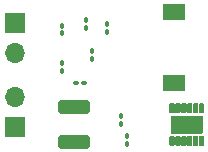
<source format=gbr>
%TF.GenerationSoftware,KiCad,Pcbnew,8.0.5*%
%TF.CreationDate,2025-09-15T10:24:37+05:30*%
%TF.ProjectId,design_buck_converter,64657369-676e-45f6-9275-636b5f636f6e,rev?*%
%TF.SameCoordinates,Original*%
%TF.FileFunction,Soldermask,Top*%
%TF.FilePolarity,Negative*%
%FSLAX46Y46*%
G04 Gerber Fmt 4.6, Leading zero omitted, Abs format (unit mm)*
G04 Created by KiCad (PCBNEW 8.0.5) date 2025-09-15 10:24:37*
%MOMM*%
%LPD*%
G01*
G04 APERTURE LIST*
G04 Aperture macros list*
%AMRoundRect*
0 Rectangle with rounded corners*
0 $1 Rounding radius*
0 $2 $3 $4 $5 $6 $7 $8 $9 X,Y pos of 4 corners*
0 Add a 4 corners polygon primitive as box body*
4,1,4,$2,$3,$4,$5,$6,$7,$8,$9,$2,$3,0*
0 Add four circle primitives for the rounded corners*
1,1,$1+$1,$2,$3*
1,1,$1+$1,$4,$5*
1,1,$1+$1,$6,$7*
1,1,$1+$1,$8,$9*
0 Add four rect primitives between the rounded corners*
20,1,$1+$1,$2,$3,$4,$5,0*
20,1,$1+$1,$4,$5,$6,$7,0*
20,1,$1+$1,$6,$7,$8,$9,0*
20,1,$1+$1,$8,$9,$2,$3,0*%
G04 Aperture macros list end*
%ADD10C,0.010000*%
%ADD11RoundRect,0.100000X-0.100000X0.130000X-0.100000X-0.130000X0.100000X-0.130000X0.100000X0.130000X0*%
%ADD12RoundRect,0.100000X0.100000X-0.130000X0.100000X0.130000X-0.100000X0.130000X-0.100000X-0.130000X0*%
%ADD13R,1.700000X1.700000*%
%ADD14O,1.700000X1.700000*%
%ADD15RoundRect,0.250000X1.100000X-0.325000X1.100000X0.325000X-1.100000X0.325000X-1.100000X-0.325000X0*%
%ADD16R,1.900000X1.400000*%
%ADD17RoundRect,0.100000X0.130000X0.100000X-0.130000X0.100000X-0.130000X-0.100000X0.130000X-0.100000X0*%
G04 APERTURE END LIST*
D10*
%TO.C,IC*%
X187833000Y-77236000D02*
X187839000Y-77236000D01*
X187845000Y-77238000D01*
X187851000Y-77239000D01*
X187857000Y-77241000D01*
X187863000Y-77243000D01*
X187869000Y-77245000D01*
X187874000Y-77248000D01*
X187880000Y-77251000D01*
X187885000Y-77254000D01*
X187891000Y-77258000D01*
X187896000Y-77262000D01*
X187900000Y-77266000D01*
X187905000Y-77270000D01*
X187909000Y-77275000D01*
X187913000Y-77279000D01*
X187917000Y-77284000D01*
X187921000Y-77290000D01*
X187924000Y-77295000D01*
X187927000Y-77301000D01*
X187930000Y-77306000D01*
X187932000Y-77312000D01*
X187934000Y-77318000D01*
X187936000Y-77324000D01*
X187937000Y-77330000D01*
X187939000Y-77336000D01*
X187939000Y-77342000D01*
X187940000Y-77349000D01*
X187940000Y-77355000D01*
X187940000Y-77865000D01*
X187940000Y-77871000D01*
X187939000Y-77878000D01*
X187939000Y-77884000D01*
X187937000Y-77890000D01*
X187936000Y-77896000D01*
X187934000Y-77902000D01*
X187932000Y-77908000D01*
X187930000Y-77914000D01*
X187927000Y-77919000D01*
X187924000Y-77925000D01*
X187921000Y-77930000D01*
X187917000Y-77936000D01*
X187913000Y-77941000D01*
X187909000Y-77945000D01*
X187905000Y-77950000D01*
X187900000Y-77954000D01*
X187896000Y-77958000D01*
X187891000Y-77962000D01*
X187885000Y-77966000D01*
X187880000Y-77969000D01*
X187874000Y-77972000D01*
X187869000Y-77975000D01*
X187863000Y-77977000D01*
X187857000Y-77979000D01*
X187851000Y-77981000D01*
X187845000Y-77982000D01*
X187839000Y-77984000D01*
X187833000Y-77984000D01*
X187826000Y-77985000D01*
X187820000Y-77985000D01*
X187680000Y-77985000D01*
X187674000Y-77985000D01*
X187667000Y-77984000D01*
X187661000Y-77984000D01*
X187655000Y-77982000D01*
X187649000Y-77981000D01*
X187643000Y-77979000D01*
X187637000Y-77977000D01*
X187631000Y-77975000D01*
X187626000Y-77972000D01*
X187620000Y-77969000D01*
X187615000Y-77966000D01*
X187609000Y-77962000D01*
X187604000Y-77958000D01*
X187600000Y-77954000D01*
X187595000Y-77950000D01*
X187591000Y-77945000D01*
X187587000Y-77941000D01*
X187583000Y-77936000D01*
X187579000Y-77930000D01*
X187576000Y-77925000D01*
X187573000Y-77919000D01*
X187570000Y-77914000D01*
X187568000Y-77908000D01*
X187566000Y-77902000D01*
X187564000Y-77896000D01*
X187563000Y-77890000D01*
X187561000Y-77884000D01*
X187561000Y-77878000D01*
X187560000Y-77871000D01*
X187560000Y-77865000D01*
X187560000Y-77355000D01*
X187560000Y-77349000D01*
X187561000Y-77342000D01*
X187561000Y-77336000D01*
X187563000Y-77330000D01*
X187564000Y-77324000D01*
X187566000Y-77318000D01*
X187568000Y-77312000D01*
X187570000Y-77306000D01*
X187573000Y-77301000D01*
X187576000Y-77295000D01*
X187579000Y-77290000D01*
X187583000Y-77284000D01*
X187587000Y-77279000D01*
X187591000Y-77275000D01*
X187595000Y-77270000D01*
X187600000Y-77266000D01*
X187604000Y-77262000D01*
X187609000Y-77258000D01*
X187615000Y-77254000D01*
X187620000Y-77251000D01*
X187626000Y-77248000D01*
X187631000Y-77245000D01*
X187637000Y-77243000D01*
X187643000Y-77241000D01*
X187649000Y-77239000D01*
X187655000Y-77238000D01*
X187661000Y-77236000D01*
X187667000Y-77236000D01*
X187674000Y-77235000D01*
X187680000Y-77235000D01*
X187820000Y-77235000D01*
X187826000Y-77235000D01*
X187833000Y-77236000D01*
G36*
X187833000Y-77236000D02*
G01*
X187839000Y-77236000D01*
X187845000Y-77238000D01*
X187851000Y-77239000D01*
X187857000Y-77241000D01*
X187863000Y-77243000D01*
X187869000Y-77245000D01*
X187874000Y-77248000D01*
X187880000Y-77251000D01*
X187885000Y-77254000D01*
X187891000Y-77258000D01*
X187896000Y-77262000D01*
X187900000Y-77266000D01*
X187905000Y-77270000D01*
X187909000Y-77275000D01*
X187913000Y-77279000D01*
X187917000Y-77284000D01*
X187921000Y-77290000D01*
X187924000Y-77295000D01*
X187927000Y-77301000D01*
X187930000Y-77306000D01*
X187932000Y-77312000D01*
X187934000Y-77318000D01*
X187936000Y-77324000D01*
X187937000Y-77330000D01*
X187939000Y-77336000D01*
X187939000Y-77342000D01*
X187940000Y-77349000D01*
X187940000Y-77355000D01*
X187940000Y-77865000D01*
X187940000Y-77871000D01*
X187939000Y-77878000D01*
X187939000Y-77884000D01*
X187937000Y-77890000D01*
X187936000Y-77896000D01*
X187934000Y-77902000D01*
X187932000Y-77908000D01*
X187930000Y-77914000D01*
X187927000Y-77919000D01*
X187924000Y-77925000D01*
X187921000Y-77930000D01*
X187917000Y-77936000D01*
X187913000Y-77941000D01*
X187909000Y-77945000D01*
X187905000Y-77950000D01*
X187900000Y-77954000D01*
X187896000Y-77958000D01*
X187891000Y-77962000D01*
X187885000Y-77966000D01*
X187880000Y-77969000D01*
X187874000Y-77972000D01*
X187869000Y-77975000D01*
X187863000Y-77977000D01*
X187857000Y-77979000D01*
X187851000Y-77981000D01*
X187845000Y-77982000D01*
X187839000Y-77984000D01*
X187833000Y-77984000D01*
X187826000Y-77985000D01*
X187820000Y-77985000D01*
X187680000Y-77985000D01*
X187674000Y-77985000D01*
X187667000Y-77984000D01*
X187661000Y-77984000D01*
X187655000Y-77982000D01*
X187649000Y-77981000D01*
X187643000Y-77979000D01*
X187637000Y-77977000D01*
X187631000Y-77975000D01*
X187626000Y-77972000D01*
X187620000Y-77969000D01*
X187615000Y-77966000D01*
X187609000Y-77962000D01*
X187604000Y-77958000D01*
X187600000Y-77954000D01*
X187595000Y-77950000D01*
X187591000Y-77945000D01*
X187587000Y-77941000D01*
X187583000Y-77936000D01*
X187579000Y-77930000D01*
X187576000Y-77925000D01*
X187573000Y-77919000D01*
X187570000Y-77914000D01*
X187568000Y-77908000D01*
X187566000Y-77902000D01*
X187564000Y-77896000D01*
X187563000Y-77890000D01*
X187561000Y-77884000D01*
X187561000Y-77878000D01*
X187560000Y-77871000D01*
X187560000Y-77865000D01*
X187560000Y-77355000D01*
X187560000Y-77349000D01*
X187561000Y-77342000D01*
X187561000Y-77336000D01*
X187563000Y-77330000D01*
X187564000Y-77324000D01*
X187566000Y-77318000D01*
X187568000Y-77312000D01*
X187570000Y-77306000D01*
X187573000Y-77301000D01*
X187576000Y-77295000D01*
X187579000Y-77290000D01*
X187583000Y-77284000D01*
X187587000Y-77279000D01*
X187591000Y-77275000D01*
X187595000Y-77270000D01*
X187600000Y-77266000D01*
X187604000Y-77262000D01*
X187609000Y-77258000D01*
X187615000Y-77254000D01*
X187620000Y-77251000D01*
X187626000Y-77248000D01*
X187631000Y-77245000D01*
X187637000Y-77243000D01*
X187643000Y-77241000D01*
X187649000Y-77239000D01*
X187655000Y-77238000D01*
X187661000Y-77236000D01*
X187667000Y-77236000D01*
X187674000Y-77235000D01*
X187680000Y-77235000D01*
X187820000Y-77235000D01*
X187826000Y-77235000D01*
X187833000Y-77236000D01*
G37*
X187833000Y-80016000D02*
X187839000Y-80016000D01*
X187845000Y-80018000D01*
X187851000Y-80019000D01*
X187857000Y-80021000D01*
X187863000Y-80023000D01*
X187869000Y-80025000D01*
X187874000Y-80028000D01*
X187880000Y-80031000D01*
X187885000Y-80034000D01*
X187891000Y-80038000D01*
X187896000Y-80042000D01*
X187900000Y-80046000D01*
X187905000Y-80050000D01*
X187909000Y-80055000D01*
X187913000Y-80059000D01*
X187917000Y-80064000D01*
X187921000Y-80070000D01*
X187924000Y-80075000D01*
X187927000Y-80081000D01*
X187930000Y-80086000D01*
X187932000Y-80092000D01*
X187934000Y-80098000D01*
X187936000Y-80104000D01*
X187937000Y-80110000D01*
X187939000Y-80116000D01*
X187939000Y-80122000D01*
X187940000Y-80129000D01*
X187940000Y-80135000D01*
X187940000Y-80645000D01*
X187940000Y-80651000D01*
X187939000Y-80658000D01*
X187939000Y-80664000D01*
X187937000Y-80670000D01*
X187936000Y-80676000D01*
X187934000Y-80682000D01*
X187932000Y-80688000D01*
X187930000Y-80694000D01*
X187927000Y-80699000D01*
X187924000Y-80705000D01*
X187921000Y-80710000D01*
X187917000Y-80716000D01*
X187913000Y-80721000D01*
X187909000Y-80725000D01*
X187905000Y-80730000D01*
X187900000Y-80734000D01*
X187896000Y-80738000D01*
X187891000Y-80742000D01*
X187885000Y-80746000D01*
X187880000Y-80749000D01*
X187874000Y-80752000D01*
X187869000Y-80755000D01*
X187863000Y-80757000D01*
X187857000Y-80759000D01*
X187851000Y-80761000D01*
X187845000Y-80762000D01*
X187839000Y-80764000D01*
X187833000Y-80764000D01*
X187826000Y-80765000D01*
X187820000Y-80765000D01*
X187680000Y-80765000D01*
X187674000Y-80765000D01*
X187667000Y-80764000D01*
X187661000Y-80764000D01*
X187655000Y-80762000D01*
X187649000Y-80761000D01*
X187643000Y-80759000D01*
X187637000Y-80757000D01*
X187631000Y-80755000D01*
X187626000Y-80752000D01*
X187620000Y-80749000D01*
X187615000Y-80746000D01*
X187609000Y-80742000D01*
X187604000Y-80738000D01*
X187600000Y-80734000D01*
X187595000Y-80730000D01*
X187591000Y-80725000D01*
X187587000Y-80721000D01*
X187583000Y-80716000D01*
X187579000Y-80710000D01*
X187576000Y-80705000D01*
X187573000Y-80699000D01*
X187570000Y-80694000D01*
X187568000Y-80688000D01*
X187566000Y-80682000D01*
X187564000Y-80676000D01*
X187563000Y-80670000D01*
X187561000Y-80664000D01*
X187561000Y-80658000D01*
X187560000Y-80651000D01*
X187560000Y-80645000D01*
X187560000Y-80135000D01*
X187560000Y-80129000D01*
X187561000Y-80122000D01*
X187561000Y-80116000D01*
X187563000Y-80110000D01*
X187564000Y-80104000D01*
X187566000Y-80098000D01*
X187568000Y-80092000D01*
X187570000Y-80086000D01*
X187573000Y-80081000D01*
X187576000Y-80075000D01*
X187579000Y-80070000D01*
X187583000Y-80064000D01*
X187587000Y-80059000D01*
X187591000Y-80055000D01*
X187595000Y-80050000D01*
X187600000Y-80046000D01*
X187604000Y-80042000D01*
X187609000Y-80038000D01*
X187615000Y-80034000D01*
X187620000Y-80031000D01*
X187626000Y-80028000D01*
X187631000Y-80025000D01*
X187637000Y-80023000D01*
X187643000Y-80021000D01*
X187649000Y-80019000D01*
X187655000Y-80018000D01*
X187661000Y-80016000D01*
X187667000Y-80016000D01*
X187674000Y-80015000D01*
X187680000Y-80015000D01*
X187820000Y-80015000D01*
X187826000Y-80015000D01*
X187833000Y-80016000D01*
G36*
X187833000Y-80016000D02*
G01*
X187839000Y-80016000D01*
X187845000Y-80018000D01*
X187851000Y-80019000D01*
X187857000Y-80021000D01*
X187863000Y-80023000D01*
X187869000Y-80025000D01*
X187874000Y-80028000D01*
X187880000Y-80031000D01*
X187885000Y-80034000D01*
X187891000Y-80038000D01*
X187896000Y-80042000D01*
X187900000Y-80046000D01*
X187905000Y-80050000D01*
X187909000Y-80055000D01*
X187913000Y-80059000D01*
X187917000Y-80064000D01*
X187921000Y-80070000D01*
X187924000Y-80075000D01*
X187927000Y-80081000D01*
X187930000Y-80086000D01*
X187932000Y-80092000D01*
X187934000Y-80098000D01*
X187936000Y-80104000D01*
X187937000Y-80110000D01*
X187939000Y-80116000D01*
X187939000Y-80122000D01*
X187940000Y-80129000D01*
X187940000Y-80135000D01*
X187940000Y-80645000D01*
X187940000Y-80651000D01*
X187939000Y-80658000D01*
X187939000Y-80664000D01*
X187937000Y-80670000D01*
X187936000Y-80676000D01*
X187934000Y-80682000D01*
X187932000Y-80688000D01*
X187930000Y-80694000D01*
X187927000Y-80699000D01*
X187924000Y-80705000D01*
X187921000Y-80710000D01*
X187917000Y-80716000D01*
X187913000Y-80721000D01*
X187909000Y-80725000D01*
X187905000Y-80730000D01*
X187900000Y-80734000D01*
X187896000Y-80738000D01*
X187891000Y-80742000D01*
X187885000Y-80746000D01*
X187880000Y-80749000D01*
X187874000Y-80752000D01*
X187869000Y-80755000D01*
X187863000Y-80757000D01*
X187857000Y-80759000D01*
X187851000Y-80761000D01*
X187845000Y-80762000D01*
X187839000Y-80764000D01*
X187833000Y-80764000D01*
X187826000Y-80765000D01*
X187820000Y-80765000D01*
X187680000Y-80765000D01*
X187674000Y-80765000D01*
X187667000Y-80764000D01*
X187661000Y-80764000D01*
X187655000Y-80762000D01*
X187649000Y-80761000D01*
X187643000Y-80759000D01*
X187637000Y-80757000D01*
X187631000Y-80755000D01*
X187626000Y-80752000D01*
X187620000Y-80749000D01*
X187615000Y-80746000D01*
X187609000Y-80742000D01*
X187604000Y-80738000D01*
X187600000Y-80734000D01*
X187595000Y-80730000D01*
X187591000Y-80725000D01*
X187587000Y-80721000D01*
X187583000Y-80716000D01*
X187579000Y-80710000D01*
X187576000Y-80705000D01*
X187573000Y-80699000D01*
X187570000Y-80694000D01*
X187568000Y-80688000D01*
X187566000Y-80682000D01*
X187564000Y-80676000D01*
X187563000Y-80670000D01*
X187561000Y-80664000D01*
X187561000Y-80658000D01*
X187560000Y-80651000D01*
X187560000Y-80645000D01*
X187560000Y-80135000D01*
X187560000Y-80129000D01*
X187561000Y-80122000D01*
X187561000Y-80116000D01*
X187563000Y-80110000D01*
X187564000Y-80104000D01*
X187566000Y-80098000D01*
X187568000Y-80092000D01*
X187570000Y-80086000D01*
X187573000Y-80081000D01*
X187576000Y-80075000D01*
X187579000Y-80070000D01*
X187583000Y-80064000D01*
X187587000Y-80059000D01*
X187591000Y-80055000D01*
X187595000Y-80050000D01*
X187600000Y-80046000D01*
X187604000Y-80042000D01*
X187609000Y-80038000D01*
X187615000Y-80034000D01*
X187620000Y-80031000D01*
X187626000Y-80028000D01*
X187631000Y-80025000D01*
X187637000Y-80023000D01*
X187643000Y-80021000D01*
X187649000Y-80019000D01*
X187655000Y-80018000D01*
X187661000Y-80016000D01*
X187667000Y-80016000D01*
X187674000Y-80015000D01*
X187680000Y-80015000D01*
X187820000Y-80015000D01*
X187826000Y-80015000D01*
X187833000Y-80016000D01*
G37*
X188333000Y-77236000D02*
X188339000Y-77236000D01*
X188345000Y-77238000D01*
X188351000Y-77239000D01*
X188357000Y-77241000D01*
X188363000Y-77243000D01*
X188369000Y-77245000D01*
X188374000Y-77248000D01*
X188380000Y-77251000D01*
X188385000Y-77254000D01*
X188391000Y-77258000D01*
X188396000Y-77262000D01*
X188400000Y-77266000D01*
X188405000Y-77270000D01*
X188409000Y-77275000D01*
X188413000Y-77279000D01*
X188417000Y-77284000D01*
X188421000Y-77290000D01*
X188424000Y-77295000D01*
X188427000Y-77301000D01*
X188430000Y-77306000D01*
X188432000Y-77312000D01*
X188434000Y-77318000D01*
X188436000Y-77324000D01*
X188437000Y-77330000D01*
X188439000Y-77336000D01*
X188439000Y-77342000D01*
X188440000Y-77349000D01*
X188440000Y-77355000D01*
X188440000Y-77865000D01*
X188440000Y-77871000D01*
X188439000Y-77878000D01*
X188439000Y-77884000D01*
X188437000Y-77890000D01*
X188436000Y-77896000D01*
X188434000Y-77902000D01*
X188432000Y-77908000D01*
X188430000Y-77914000D01*
X188427000Y-77919000D01*
X188424000Y-77925000D01*
X188421000Y-77930000D01*
X188417000Y-77936000D01*
X188413000Y-77941000D01*
X188409000Y-77945000D01*
X188405000Y-77950000D01*
X188400000Y-77954000D01*
X188396000Y-77958000D01*
X188391000Y-77962000D01*
X188385000Y-77966000D01*
X188380000Y-77969000D01*
X188374000Y-77972000D01*
X188369000Y-77975000D01*
X188363000Y-77977000D01*
X188357000Y-77979000D01*
X188351000Y-77981000D01*
X188345000Y-77982000D01*
X188339000Y-77984000D01*
X188333000Y-77984000D01*
X188326000Y-77985000D01*
X188320000Y-77985000D01*
X188180000Y-77985000D01*
X188174000Y-77985000D01*
X188167000Y-77984000D01*
X188161000Y-77984000D01*
X188155000Y-77982000D01*
X188149000Y-77981000D01*
X188143000Y-77979000D01*
X188137000Y-77977000D01*
X188131000Y-77975000D01*
X188126000Y-77972000D01*
X188120000Y-77969000D01*
X188115000Y-77966000D01*
X188109000Y-77962000D01*
X188104000Y-77958000D01*
X188100000Y-77954000D01*
X188095000Y-77950000D01*
X188091000Y-77945000D01*
X188087000Y-77941000D01*
X188083000Y-77936000D01*
X188079000Y-77930000D01*
X188076000Y-77925000D01*
X188073000Y-77919000D01*
X188070000Y-77914000D01*
X188068000Y-77908000D01*
X188066000Y-77902000D01*
X188064000Y-77896000D01*
X188063000Y-77890000D01*
X188061000Y-77884000D01*
X188061000Y-77878000D01*
X188060000Y-77871000D01*
X188060000Y-77865000D01*
X188060000Y-77355000D01*
X188060000Y-77349000D01*
X188061000Y-77342000D01*
X188061000Y-77336000D01*
X188063000Y-77330000D01*
X188064000Y-77324000D01*
X188066000Y-77318000D01*
X188068000Y-77312000D01*
X188070000Y-77306000D01*
X188073000Y-77301000D01*
X188076000Y-77295000D01*
X188079000Y-77290000D01*
X188083000Y-77284000D01*
X188087000Y-77279000D01*
X188091000Y-77275000D01*
X188095000Y-77270000D01*
X188100000Y-77266000D01*
X188104000Y-77262000D01*
X188109000Y-77258000D01*
X188115000Y-77254000D01*
X188120000Y-77251000D01*
X188126000Y-77248000D01*
X188131000Y-77245000D01*
X188137000Y-77243000D01*
X188143000Y-77241000D01*
X188149000Y-77239000D01*
X188155000Y-77238000D01*
X188161000Y-77236000D01*
X188167000Y-77236000D01*
X188174000Y-77235000D01*
X188180000Y-77235000D01*
X188320000Y-77235000D01*
X188326000Y-77235000D01*
X188333000Y-77236000D01*
G36*
X188333000Y-77236000D02*
G01*
X188339000Y-77236000D01*
X188345000Y-77238000D01*
X188351000Y-77239000D01*
X188357000Y-77241000D01*
X188363000Y-77243000D01*
X188369000Y-77245000D01*
X188374000Y-77248000D01*
X188380000Y-77251000D01*
X188385000Y-77254000D01*
X188391000Y-77258000D01*
X188396000Y-77262000D01*
X188400000Y-77266000D01*
X188405000Y-77270000D01*
X188409000Y-77275000D01*
X188413000Y-77279000D01*
X188417000Y-77284000D01*
X188421000Y-77290000D01*
X188424000Y-77295000D01*
X188427000Y-77301000D01*
X188430000Y-77306000D01*
X188432000Y-77312000D01*
X188434000Y-77318000D01*
X188436000Y-77324000D01*
X188437000Y-77330000D01*
X188439000Y-77336000D01*
X188439000Y-77342000D01*
X188440000Y-77349000D01*
X188440000Y-77355000D01*
X188440000Y-77865000D01*
X188440000Y-77871000D01*
X188439000Y-77878000D01*
X188439000Y-77884000D01*
X188437000Y-77890000D01*
X188436000Y-77896000D01*
X188434000Y-77902000D01*
X188432000Y-77908000D01*
X188430000Y-77914000D01*
X188427000Y-77919000D01*
X188424000Y-77925000D01*
X188421000Y-77930000D01*
X188417000Y-77936000D01*
X188413000Y-77941000D01*
X188409000Y-77945000D01*
X188405000Y-77950000D01*
X188400000Y-77954000D01*
X188396000Y-77958000D01*
X188391000Y-77962000D01*
X188385000Y-77966000D01*
X188380000Y-77969000D01*
X188374000Y-77972000D01*
X188369000Y-77975000D01*
X188363000Y-77977000D01*
X188357000Y-77979000D01*
X188351000Y-77981000D01*
X188345000Y-77982000D01*
X188339000Y-77984000D01*
X188333000Y-77984000D01*
X188326000Y-77985000D01*
X188320000Y-77985000D01*
X188180000Y-77985000D01*
X188174000Y-77985000D01*
X188167000Y-77984000D01*
X188161000Y-77984000D01*
X188155000Y-77982000D01*
X188149000Y-77981000D01*
X188143000Y-77979000D01*
X188137000Y-77977000D01*
X188131000Y-77975000D01*
X188126000Y-77972000D01*
X188120000Y-77969000D01*
X188115000Y-77966000D01*
X188109000Y-77962000D01*
X188104000Y-77958000D01*
X188100000Y-77954000D01*
X188095000Y-77950000D01*
X188091000Y-77945000D01*
X188087000Y-77941000D01*
X188083000Y-77936000D01*
X188079000Y-77930000D01*
X188076000Y-77925000D01*
X188073000Y-77919000D01*
X188070000Y-77914000D01*
X188068000Y-77908000D01*
X188066000Y-77902000D01*
X188064000Y-77896000D01*
X188063000Y-77890000D01*
X188061000Y-77884000D01*
X188061000Y-77878000D01*
X188060000Y-77871000D01*
X188060000Y-77865000D01*
X188060000Y-77355000D01*
X188060000Y-77349000D01*
X188061000Y-77342000D01*
X188061000Y-77336000D01*
X188063000Y-77330000D01*
X188064000Y-77324000D01*
X188066000Y-77318000D01*
X188068000Y-77312000D01*
X188070000Y-77306000D01*
X188073000Y-77301000D01*
X188076000Y-77295000D01*
X188079000Y-77290000D01*
X188083000Y-77284000D01*
X188087000Y-77279000D01*
X188091000Y-77275000D01*
X188095000Y-77270000D01*
X188100000Y-77266000D01*
X188104000Y-77262000D01*
X188109000Y-77258000D01*
X188115000Y-77254000D01*
X188120000Y-77251000D01*
X188126000Y-77248000D01*
X188131000Y-77245000D01*
X188137000Y-77243000D01*
X188143000Y-77241000D01*
X188149000Y-77239000D01*
X188155000Y-77238000D01*
X188161000Y-77236000D01*
X188167000Y-77236000D01*
X188174000Y-77235000D01*
X188180000Y-77235000D01*
X188320000Y-77235000D01*
X188326000Y-77235000D01*
X188333000Y-77236000D01*
G37*
X188333000Y-80016000D02*
X188339000Y-80016000D01*
X188345000Y-80018000D01*
X188351000Y-80019000D01*
X188357000Y-80021000D01*
X188363000Y-80023000D01*
X188369000Y-80025000D01*
X188374000Y-80028000D01*
X188380000Y-80031000D01*
X188385000Y-80034000D01*
X188391000Y-80038000D01*
X188396000Y-80042000D01*
X188400000Y-80046000D01*
X188405000Y-80050000D01*
X188409000Y-80055000D01*
X188413000Y-80059000D01*
X188417000Y-80064000D01*
X188421000Y-80070000D01*
X188424000Y-80075000D01*
X188427000Y-80081000D01*
X188430000Y-80086000D01*
X188432000Y-80092000D01*
X188434000Y-80098000D01*
X188436000Y-80104000D01*
X188437000Y-80110000D01*
X188439000Y-80116000D01*
X188439000Y-80122000D01*
X188440000Y-80129000D01*
X188440000Y-80135000D01*
X188440000Y-80645000D01*
X188440000Y-80651000D01*
X188439000Y-80658000D01*
X188439000Y-80664000D01*
X188437000Y-80670000D01*
X188436000Y-80676000D01*
X188434000Y-80682000D01*
X188432000Y-80688000D01*
X188430000Y-80694000D01*
X188427000Y-80699000D01*
X188424000Y-80705000D01*
X188421000Y-80710000D01*
X188417000Y-80716000D01*
X188413000Y-80721000D01*
X188409000Y-80725000D01*
X188405000Y-80730000D01*
X188400000Y-80734000D01*
X188396000Y-80738000D01*
X188391000Y-80742000D01*
X188385000Y-80746000D01*
X188380000Y-80749000D01*
X188374000Y-80752000D01*
X188369000Y-80755000D01*
X188363000Y-80757000D01*
X188357000Y-80759000D01*
X188351000Y-80761000D01*
X188345000Y-80762000D01*
X188339000Y-80764000D01*
X188333000Y-80764000D01*
X188326000Y-80765000D01*
X188320000Y-80765000D01*
X188180000Y-80765000D01*
X188174000Y-80765000D01*
X188167000Y-80764000D01*
X188161000Y-80764000D01*
X188155000Y-80762000D01*
X188149000Y-80761000D01*
X188143000Y-80759000D01*
X188137000Y-80757000D01*
X188131000Y-80755000D01*
X188126000Y-80752000D01*
X188120000Y-80749000D01*
X188115000Y-80746000D01*
X188109000Y-80742000D01*
X188104000Y-80738000D01*
X188100000Y-80734000D01*
X188095000Y-80730000D01*
X188091000Y-80725000D01*
X188087000Y-80721000D01*
X188083000Y-80716000D01*
X188079000Y-80710000D01*
X188076000Y-80705000D01*
X188073000Y-80699000D01*
X188070000Y-80694000D01*
X188068000Y-80688000D01*
X188066000Y-80682000D01*
X188064000Y-80676000D01*
X188063000Y-80670000D01*
X188061000Y-80664000D01*
X188061000Y-80658000D01*
X188060000Y-80651000D01*
X188060000Y-80645000D01*
X188060000Y-80135000D01*
X188060000Y-80129000D01*
X188061000Y-80122000D01*
X188061000Y-80116000D01*
X188063000Y-80110000D01*
X188064000Y-80104000D01*
X188066000Y-80098000D01*
X188068000Y-80092000D01*
X188070000Y-80086000D01*
X188073000Y-80081000D01*
X188076000Y-80075000D01*
X188079000Y-80070000D01*
X188083000Y-80064000D01*
X188087000Y-80059000D01*
X188091000Y-80055000D01*
X188095000Y-80050000D01*
X188100000Y-80046000D01*
X188104000Y-80042000D01*
X188109000Y-80038000D01*
X188115000Y-80034000D01*
X188120000Y-80031000D01*
X188126000Y-80028000D01*
X188131000Y-80025000D01*
X188137000Y-80023000D01*
X188143000Y-80021000D01*
X188149000Y-80019000D01*
X188155000Y-80018000D01*
X188161000Y-80016000D01*
X188167000Y-80016000D01*
X188174000Y-80015000D01*
X188180000Y-80015000D01*
X188320000Y-80015000D01*
X188326000Y-80015000D01*
X188333000Y-80016000D01*
G36*
X188333000Y-80016000D02*
G01*
X188339000Y-80016000D01*
X188345000Y-80018000D01*
X188351000Y-80019000D01*
X188357000Y-80021000D01*
X188363000Y-80023000D01*
X188369000Y-80025000D01*
X188374000Y-80028000D01*
X188380000Y-80031000D01*
X188385000Y-80034000D01*
X188391000Y-80038000D01*
X188396000Y-80042000D01*
X188400000Y-80046000D01*
X188405000Y-80050000D01*
X188409000Y-80055000D01*
X188413000Y-80059000D01*
X188417000Y-80064000D01*
X188421000Y-80070000D01*
X188424000Y-80075000D01*
X188427000Y-80081000D01*
X188430000Y-80086000D01*
X188432000Y-80092000D01*
X188434000Y-80098000D01*
X188436000Y-80104000D01*
X188437000Y-80110000D01*
X188439000Y-80116000D01*
X188439000Y-80122000D01*
X188440000Y-80129000D01*
X188440000Y-80135000D01*
X188440000Y-80645000D01*
X188440000Y-80651000D01*
X188439000Y-80658000D01*
X188439000Y-80664000D01*
X188437000Y-80670000D01*
X188436000Y-80676000D01*
X188434000Y-80682000D01*
X188432000Y-80688000D01*
X188430000Y-80694000D01*
X188427000Y-80699000D01*
X188424000Y-80705000D01*
X188421000Y-80710000D01*
X188417000Y-80716000D01*
X188413000Y-80721000D01*
X188409000Y-80725000D01*
X188405000Y-80730000D01*
X188400000Y-80734000D01*
X188396000Y-80738000D01*
X188391000Y-80742000D01*
X188385000Y-80746000D01*
X188380000Y-80749000D01*
X188374000Y-80752000D01*
X188369000Y-80755000D01*
X188363000Y-80757000D01*
X188357000Y-80759000D01*
X188351000Y-80761000D01*
X188345000Y-80762000D01*
X188339000Y-80764000D01*
X188333000Y-80764000D01*
X188326000Y-80765000D01*
X188320000Y-80765000D01*
X188180000Y-80765000D01*
X188174000Y-80765000D01*
X188167000Y-80764000D01*
X188161000Y-80764000D01*
X188155000Y-80762000D01*
X188149000Y-80761000D01*
X188143000Y-80759000D01*
X188137000Y-80757000D01*
X188131000Y-80755000D01*
X188126000Y-80752000D01*
X188120000Y-80749000D01*
X188115000Y-80746000D01*
X188109000Y-80742000D01*
X188104000Y-80738000D01*
X188100000Y-80734000D01*
X188095000Y-80730000D01*
X188091000Y-80725000D01*
X188087000Y-80721000D01*
X188083000Y-80716000D01*
X188079000Y-80710000D01*
X188076000Y-80705000D01*
X188073000Y-80699000D01*
X188070000Y-80694000D01*
X188068000Y-80688000D01*
X188066000Y-80682000D01*
X188064000Y-80676000D01*
X188063000Y-80670000D01*
X188061000Y-80664000D01*
X188061000Y-80658000D01*
X188060000Y-80651000D01*
X188060000Y-80645000D01*
X188060000Y-80135000D01*
X188060000Y-80129000D01*
X188061000Y-80122000D01*
X188061000Y-80116000D01*
X188063000Y-80110000D01*
X188064000Y-80104000D01*
X188066000Y-80098000D01*
X188068000Y-80092000D01*
X188070000Y-80086000D01*
X188073000Y-80081000D01*
X188076000Y-80075000D01*
X188079000Y-80070000D01*
X188083000Y-80064000D01*
X188087000Y-80059000D01*
X188091000Y-80055000D01*
X188095000Y-80050000D01*
X188100000Y-80046000D01*
X188104000Y-80042000D01*
X188109000Y-80038000D01*
X188115000Y-80034000D01*
X188120000Y-80031000D01*
X188126000Y-80028000D01*
X188131000Y-80025000D01*
X188137000Y-80023000D01*
X188143000Y-80021000D01*
X188149000Y-80019000D01*
X188155000Y-80018000D01*
X188161000Y-80016000D01*
X188167000Y-80016000D01*
X188174000Y-80015000D01*
X188180000Y-80015000D01*
X188320000Y-80015000D01*
X188326000Y-80015000D01*
X188333000Y-80016000D01*
G37*
X188833000Y-77236000D02*
X188839000Y-77236000D01*
X188845000Y-77238000D01*
X188851000Y-77239000D01*
X188857000Y-77241000D01*
X188863000Y-77243000D01*
X188869000Y-77245000D01*
X188874000Y-77248000D01*
X188880000Y-77251000D01*
X188885000Y-77254000D01*
X188891000Y-77258000D01*
X188896000Y-77262000D01*
X188900000Y-77266000D01*
X188905000Y-77270000D01*
X188909000Y-77275000D01*
X188913000Y-77279000D01*
X188917000Y-77284000D01*
X188921000Y-77290000D01*
X188924000Y-77295000D01*
X188927000Y-77301000D01*
X188930000Y-77306000D01*
X188932000Y-77312000D01*
X188934000Y-77318000D01*
X188936000Y-77324000D01*
X188937000Y-77330000D01*
X188939000Y-77336000D01*
X188939000Y-77342000D01*
X188940000Y-77349000D01*
X188940000Y-77355000D01*
X188940000Y-77865000D01*
X188940000Y-77871000D01*
X188939000Y-77878000D01*
X188939000Y-77884000D01*
X188937000Y-77890000D01*
X188936000Y-77896000D01*
X188934000Y-77902000D01*
X188932000Y-77908000D01*
X188930000Y-77914000D01*
X188927000Y-77919000D01*
X188924000Y-77925000D01*
X188921000Y-77930000D01*
X188917000Y-77936000D01*
X188913000Y-77941000D01*
X188909000Y-77945000D01*
X188905000Y-77950000D01*
X188900000Y-77954000D01*
X188896000Y-77958000D01*
X188891000Y-77962000D01*
X188885000Y-77966000D01*
X188880000Y-77969000D01*
X188874000Y-77972000D01*
X188869000Y-77975000D01*
X188863000Y-77977000D01*
X188857000Y-77979000D01*
X188851000Y-77981000D01*
X188845000Y-77982000D01*
X188839000Y-77984000D01*
X188833000Y-77984000D01*
X188826000Y-77985000D01*
X188820000Y-77985000D01*
X188680000Y-77985000D01*
X188674000Y-77985000D01*
X188667000Y-77984000D01*
X188661000Y-77984000D01*
X188655000Y-77982000D01*
X188649000Y-77981000D01*
X188643000Y-77979000D01*
X188637000Y-77977000D01*
X188631000Y-77975000D01*
X188626000Y-77972000D01*
X188620000Y-77969000D01*
X188615000Y-77966000D01*
X188609000Y-77962000D01*
X188604000Y-77958000D01*
X188600000Y-77954000D01*
X188595000Y-77950000D01*
X188591000Y-77945000D01*
X188587000Y-77941000D01*
X188583000Y-77936000D01*
X188579000Y-77930000D01*
X188576000Y-77925000D01*
X188573000Y-77919000D01*
X188570000Y-77914000D01*
X188568000Y-77908000D01*
X188566000Y-77902000D01*
X188564000Y-77896000D01*
X188563000Y-77890000D01*
X188561000Y-77884000D01*
X188561000Y-77878000D01*
X188560000Y-77871000D01*
X188560000Y-77865000D01*
X188560000Y-77355000D01*
X188560000Y-77349000D01*
X188561000Y-77342000D01*
X188561000Y-77336000D01*
X188563000Y-77330000D01*
X188564000Y-77324000D01*
X188566000Y-77318000D01*
X188568000Y-77312000D01*
X188570000Y-77306000D01*
X188573000Y-77301000D01*
X188576000Y-77295000D01*
X188579000Y-77290000D01*
X188583000Y-77284000D01*
X188587000Y-77279000D01*
X188591000Y-77275000D01*
X188595000Y-77270000D01*
X188600000Y-77266000D01*
X188604000Y-77262000D01*
X188609000Y-77258000D01*
X188615000Y-77254000D01*
X188620000Y-77251000D01*
X188626000Y-77248000D01*
X188631000Y-77245000D01*
X188637000Y-77243000D01*
X188643000Y-77241000D01*
X188649000Y-77239000D01*
X188655000Y-77238000D01*
X188661000Y-77236000D01*
X188667000Y-77236000D01*
X188674000Y-77235000D01*
X188680000Y-77235000D01*
X188820000Y-77235000D01*
X188826000Y-77235000D01*
X188833000Y-77236000D01*
G36*
X188833000Y-77236000D02*
G01*
X188839000Y-77236000D01*
X188845000Y-77238000D01*
X188851000Y-77239000D01*
X188857000Y-77241000D01*
X188863000Y-77243000D01*
X188869000Y-77245000D01*
X188874000Y-77248000D01*
X188880000Y-77251000D01*
X188885000Y-77254000D01*
X188891000Y-77258000D01*
X188896000Y-77262000D01*
X188900000Y-77266000D01*
X188905000Y-77270000D01*
X188909000Y-77275000D01*
X188913000Y-77279000D01*
X188917000Y-77284000D01*
X188921000Y-77290000D01*
X188924000Y-77295000D01*
X188927000Y-77301000D01*
X188930000Y-77306000D01*
X188932000Y-77312000D01*
X188934000Y-77318000D01*
X188936000Y-77324000D01*
X188937000Y-77330000D01*
X188939000Y-77336000D01*
X188939000Y-77342000D01*
X188940000Y-77349000D01*
X188940000Y-77355000D01*
X188940000Y-77865000D01*
X188940000Y-77871000D01*
X188939000Y-77878000D01*
X188939000Y-77884000D01*
X188937000Y-77890000D01*
X188936000Y-77896000D01*
X188934000Y-77902000D01*
X188932000Y-77908000D01*
X188930000Y-77914000D01*
X188927000Y-77919000D01*
X188924000Y-77925000D01*
X188921000Y-77930000D01*
X188917000Y-77936000D01*
X188913000Y-77941000D01*
X188909000Y-77945000D01*
X188905000Y-77950000D01*
X188900000Y-77954000D01*
X188896000Y-77958000D01*
X188891000Y-77962000D01*
X188885000Y-77966000D01*
X188880000Y-77969000D01*
X188874000Y-77972000D01*
X188869000Y-77975000D01*
X188863000Y-77977000D01*
X188857000Y-77979000D01*
X188851000Y-77981000D01*
X188845000Y-77982000D01*
X188839000Y-77984000D01*
X188833000Y-77984000D01*
X188826000Y-77985000D01*
X188820000Y-77985000D01*
X188680000Y-77985000D01*
X188674000Y-77985000D01*
X188667000Y-77984000D01*
X188661000Y-77984000D01*
X188655000Y-77982000D01*
X188649000Y-77981000D01*
X188643000Y-77979000D01*
X188637000Y-77977000D01*
X188631000Y-77975000D01*
X188626000Y-77972000D01*
X188620000Y-77969000D01*
X188615000Y-77966000D01*
X188609000Y-77962000D01*
X188604000Y-77958000D01*
X188600000Y-77954000D01*
X188595000Y-77950000D01*
X188591000Y-77945000D01*
X188587000Y-77941000D01*
X188583000Y-77936000D01*
X188579000Y-77930000D01*
X188576000Y-77925000D01*
X188573000Y-77919000D01*
X188570000Y-77914000D01*
X188568000Y-77908000D01*
X188566000Y-77902000D01*
X188564000Y-77896000D01*
X188563000Y-77890000D01*
X188561000Y-77884000D01*
X188561000Y-77878000D01*
X188560000Y-77871000D01*
X188560000Y-77865000D01*
X188560000Y-77355000D01*
X188560000Y-77349000D01*
X188561000Y-77342000D01*
X188561000Y-77336000D01*
X188563000Y-77330000D01*
X188564000Y-77324000D01*
X188566000Y-77318000D01*
X188568000Y-77312000D01*
X188570000Y-77306000D01*
X188573000Y-77301000D01*
X188576000Y-77295000D01*
X188579000Y-77290000D01*
X188583000Y-77284000D01*
X188587000Y-77279000D01*
X188591000Y-77275000D01*
X188595000Y-77270000D01*
X188600000Y-77266000D01*
X188604000Y-77262000D01*
X188609000Y-77258000D01*
X188615000Y-77254000D01*
X188620000Y-77251000D01*
X188626000Y-77248000D01*
X188631000Y-77245000D01*
X188637000Y-77243000D01*
X188643000Y-77241000D01*
X188649000Y-77239000D01*
X188655000Y-77238000D01*
X188661000Y-77236000D01*
X188667000Y-77236000D01*
X188674000Y-77235000D01*
X188680000Y-77235000D01*
X188820000Y-77235000D01*
X188826000Y-77235000D01*
X188833000Y-77236000D01*
G37*
X188833000Y-80016000D02*
X188839000Y-80016000D01*
X188845000Y-80018000D01*
X188851000Y-80019000D01*
X188857000Y-80021000D01*
X188863000Y-80023000D01*
X188869000Y-80025000D01*
X188874000Y-80028000D01*
X188880000Y-80031000D01*
X188885000Y-80034000D01*
X188891000Y-80038000D01*
X188896000Y-80042000D01*
X188900000Y-80046000D01*
X188905000Y-80050000D01*
X188909000Y-80055000D01*
X188913000Y-80059000D01*
X188917000Y-80064000D01*
X188921000Y-80070000D01*
X188924000Y-80075000D01*
X188927000Y-80081000D01*
X188930000Y-80086000D01*
X188932000Y-80092000D01*
X188934000Y-80098000D01*
X188936000Y-80104000D01*
X188937000Y-80110000D01*
X188939000Y-80116000D01*
X188939000Y-80122000D01*
X188940000Y-80129000D01*
X188940000Y-80135000D01*
X188940000Y-80645000D01*
X188940000Y-80651000D01*
X188939000Y-80658000D01*
X188939000Y-80664000D01*
X188937000Y-80670000D01*
X188936000Y-80676000D01*
X188934000Y-80682000D01*
X188932000Y-80688000D01*
X188930000Y-80694000D01*
X188927000Y-80699000D01*
X188924000Y-80705000D01*
X188921000Y-80710000D01*
X188917000Y-80716000D01*
X188913000Y-80721000D01*
X188909000Y-80725000D01*
X188905000Y-80730000D01*
X188900000Y-80734000D01*
X188896000Y-80738000D01*
X188891000Y-80742000D01*
X188885000Y-80746000D01*
X188880000Y-80749000D01*
X188874000Y-80752000D01*
X188869000Y-80755000D01*
X188863000Y-80757000D01*
X188857000Y-80759000D01*
X188851000Y-80761000D01*
X188845000Y-80762000D01*
X188839000Y-80764000D01*
X188833000Y-80764000D01*
X188826000Y-80765000D01*
X188820000Y-80765000D01*
X188680000Y-80765000D01*
X188674000Y-80765000D01*
X188667000Y-80764000D01*
X188661000Y-80764000D01*
X188655000Y-80762000D01*
X188649000Y-80761000D01*
X188643000Y-80759000D01*
X188637000Y-80757000D01*
X188631000Y-80755000D01*
X188626000Y-80752000D01*
X188620000Y-80749000D01*
X188615000Y-80746000D01*
X188609000Y-80742000D01*
X188604000Y-80738000D01*
X188600000Y-80734000D01*
X188595000Y-80730000D01*
X188591000Y-80725000D01*
X188587000Y-80721000D01*
X188583000Y-80716000D01*
X188579000Y-80710000D01*
X188576000Y-80705000D01*
X188573000Y-80699000D01*
X188570000Y-80694000D01*
X188568000Y-80688000D01*
X188566000Y-80682000D01*
X188564000Y-80676000D01*
X188563000Y-80670000D01*
X188561000Y-80664000D01*
X188561000Y-80658000D01*
X188560000Y-80651000D01*
X188560000Y-80645000D01*
X188560000Y-80135000D01*
X188560000Y-80129000D01*
X188561000Y-80122000D01*
X188561000Y-80116000D01*
X188563000Y-80110000D01*
X188564000Y-80104000D01*
X188566000Y-80098000D01*
X188568000Y-80092000D01*
X188570000Y-80086000D01*
X188573000Y-80081000D01*
X188576000Y-80075000D01*
X188579000Y-80070000D01*
X188583000Y-80064000D01*
X188587000Y-80059000D01*
X188591000Y-80055000D01*
X188595000Y-80050000D01*
X188600000Y-80046000D01*
X188604000Y-80042000D01*
X188609000Y-80038000D01*
X188615000Y-80034000D01*
X188620000Y-80031000D01*
X188626000Y-80028000D01*
X188631000Y-80025000D01*
X188637000Y-80023000D01*
X188643000Y-80021000D01*
X188649000Y-80019000D01*
X188655000Y-80018000D01*
X188661000Y-80016000D01*
X188667000Y-80016000D01*
X188674000Y-80015000D01*
X188680000Y-80015000D01*
X188820000Y-80015000D01*
X188826000Y-80015000D01*
X188833000Y-80016000D01*
G36*
X188833000Y-80016000D02*
G01*
X188839000Y-80016000D01*
X188845000Y-80018000D01*
X188851000Y-80019000D01*
X188857000Y-80021000D01*
X188863000Y-80023000D01*
X188869000Y-80025000D01*
X188874000Y-80028000D01*
X188880000Y-80031000D01*
X188885000Y-80034000D01*
X188891000Y-80038000D01*
X188896000Y-80042000D01*
X188900000Y-80046000D01*
X188905000Y-80050000D01*
X188909000Y-80055000D01*
X188913000Y-80059000D01*
X188917000Y-80064000D01*
X188921000Y-80070000D01*
X188924000Y-80075000D01*
X188927000Y-80081000D01*
X188930000Y-80086000D01*
X188932000Y-80092000D01*
X188934000Y-80098000D01*
X188936000Y-80104000D01*
X188937000Y-80110000D01*
X188939000Y-80116000D01*
X188939000Y-80122000D01*
X188940000Y-80129000D01*
X188940000Y-80135000D01*
X188940000Y-80645000D01*
X188940000Y-80651000D01*
X188939000Y-80658000D01*
X188939000Y-80664000D01*
X188937000Y-80670000D01*
X188936000Y-80676000D01*
X188934000Y-80682000D01*
X188932000Y-80688000D01*
X188930000Y-80694000D01*
X188927000Y-80699000D01*
X188924000Y-80705000D01*
X188921000Y-80710000D01*
X188917000Y-80716000D01*
X188913000Y-80721000D01*
X188909000Y-80725000D01*
X188905000Y-80730000D01*
X188900000Y-80734000D01*
X188896000Y-80738000D01*
X188891000Y-80742000D01*
X188885000Y-80746000D01*
X188880000Y-80749000D01*
X188874000Y-80752000D01*
X188869000Y-80755000D01*
X188863000Y-80757000D01*
X188857000Y-80759000D01*
X188851000Y-80761000D01*
X188845000Y-80762000D01*
X188839000Y-80764000D01*
X188833000Y-80764000D01*
X188826000Y-80765000D01*
X188820000Y-80765000D01*
X188680000Y-80765000D01*
X188674000Y-80765000D01*
X188667000Y-80764000D01*
X188661000Y-80764000D01*
X188655000Y-80762000D01*
X188649000Y-80761000D01*
X188643000Y-80759000D01*
X188637000Y-80757000D01*
X188631000Y-80755000D01*
X188626000Y-80752000D01*
X188620000Y-80749000D01*
X188615000Y-80746000D01*
X188609000Y-80742000D01*
X188604000Y-80738000D01*
X188600000Y-80734000D01*
X188595000Y-80730000D01*
X188591000Y-80725000D01*
X188587000Y-80721000D01*
X188583000Y-80716000D01*
X188579000Y-80710000D01*
X188576000Y-80705000D01*
X188573000Y-80699000D01*
X188570000Y-80694000D01*
X188568000Y-80688000D01*
X188566000Y-80682000D01*
X188564000Y-80676000D01*
X188563000Y-80670000D01*
X188561000Y-80664000D01*
X188561000Y-80658000D01*
X188560000Y-80651000D01*
X188560000Y-80645000D01*
X188560000Y-80135000D01*
X188560000Y-80129000D01*
X188561000Y-80122000D01*
X188561000Y-80116000D01*
X188563000Y-80110000D01*
X188564000Y-80104000D01*
X188566000Y-80098000D01*
X188568000Y-80092000D01*
X188570000Y-80086000D01*
X188573000Y-80081000D01*
X188576000Y-80075000D01*
X188579000Y-80070000D01*
X188583000Y-80064000D01*
X188587000Y-80059000D01*
X188591000Y-80055000D01*
X188595000Y-80050000D01*
X188600000Y-80046000D01*
X188604000Y-80042000D01*
X188609000Y-80038000D01*
X188615000Y-80034000D01*
X188620000Y-80031000D01*
X188626000Y-80028000D01*
X188631000Y-80025000D01*
X188637000Y-80023000D01*
X188643000Y-80021000D01*
X188649000Y-80019000D01*
X188655000Y-80018000D01*
X188661000Y-80016000D01*
X188667000Y-80016000D01*
X188674000Y-80015000D01*
X188680000Y-80015000D01*
X188820000Y-80015000D01*
X188826000Y-80015000D01*
X188833000Y-80016000D01*
G37*
X189333000Y-77236000D02*
X189339000Y-77236000D01*
X189345000Y-77238000D01*
X189351000Y-77239000D01*
X189357000Y-77241000D01*
X189363000Y-77243000D01*
X189369000Y-77245000D01*
X189374000Y-77248000D01*
X189380000Y-77251000D01*
X189385000Y-77254000D01*
X189391000Y-77258000D01*
X189396000Y-77262000D01*
X189400000Y-77266000D01*
X189405000Y-77270000D01*
X189409000Y-77275000D01*
X189413000Y-77279000D01*
X189417000Y-77284000D01*
X189421000Y-77290000D01*
X189424000Y-77295000D01*
X189427000Y-77301000D01*
X189430000Y-77306000D01*
X189432000Y-77312000D01*
X189434000Y-77318000D01*
X189436000Y-77324000D01*
X189437000Y-77330000D01*
X189439000Y-77336000D01*
X189439000Y-77342000D01*
X189440000Y-77349000D01*
X189440000Y-77355000D01*
X189440000Y-77865000D01*
X189440000Y-77871000D01*
X189439000Y-77878000D01*
X189439000Y-77884000D01*
X189437000Y-77890000D01*
X189436000Y-77896000D01*
X189434000Y-77902000D01*
X189432000Y-77908000D01*
X189430000Y-77914000D01*
X189427000Y-77919000D01*
X189424000Y-77925000D01*
X189421000Y-77930000D01*
X189417000Y-77936000D01*
X189413000Y-77941000D01*
X189409000Y-77945000D01*
X189405000Y-77950000D01*
X189400000Y-77954000D01*
X189396000Y-77958000D01*
X189391000Y-77962000D01*
X189385000Y-77966000D01*
X189380000Y-77969000D01*
X189374000Y-77972000D01*
X189369000Y-77975000D01*
X189363000Y-77977000D01*
X189357000Y-77979000D01*
X189351000Y-77981000D01*
X189345000Y-77982000D01*
X189339000Y-77984000D01*
X189333000Y-77984000D01*
X189326000Y-77985000D01*
X189320000Y-77985000D01*
X189180000Y-77985000D01*
X189174000Y-77985000D01*
X189167000Y-77984000D01*
X189161000Y-77984000D01*
X189155000Y-77982000D01*
X189149000Y-77981000D01*
X189143000Y-77979000D01*
X189137000Y-77977000D01*
X189131000Y-77975000D01*
X189126000Y-77972000D01*
X189120000Y-77969000D01*
X189115000Y-77966000D01*
X189109000Y-77962000D01*
X189104000Y-77958000D01*
X189100000Y-77954000D01*
X189095000Y-77950000D01*
X189091000Y-77945000D01*
X189087000Y-77941000D01*
X189083000Y-77936000D01*
X189079000Y-77930000D01*
X189076000Y-77925000D01*
X189073000Y-77919000D01*
X189070000Y-77914000D01*
X189068000Y-77908000D01*
X189066000Y-77902000D01*
X189064000Y-77896000D01*
X189063000Y-77890000D01*
X189061000Y-77884000D01*
X189061000Y-77878000D01*
X189060000Y-77871000D01*
X189060000Y-77865000D01*
X189060000Y-77355000D01*
X189060000Y-77349000D01*
X189061000Y-77342000D01*
X189061000Y-77336000D01*
X189063000Y-77330000D01*
X189064000Y-77324000D01*
X189066000Y-77318000D01*
X189068000Y-77312000D01*
X189070000Y-77306000D01*
X189073000Y-77301000D01*
X189076000Y-77295000D01*
X189079000Y-77290000D01*
X189083000Y-77284000D01*
X189087000Y-77279000D01*
X189091000Y-77275000D01*
X189095000Y-77270000D01*
X189100000Y-77266000D01*
X189104000Y-77262000D01*
X189109000Y-77258000D01*
X189115000Y-77254000D01*
X189120000Y-77251000D01*
X189126000Y-77248000D01*
X189131000Y-77245000D01*
X189137000Y-77243000D01*
X189143000Y-77241000D01*
X189149000Y-77239000D01*
X189155000Y-77238000D01*
X189161000Y-77236000D01*
X189167000Y-77236000D01*
X189174000Y-77235000D01*
X189180000Y-77235000D01*
X189320000Y-77235000D01*
X189326000Y-77235000D01*
X189333000Y-77236000D01*
G36*
X189333000Y-77236000D02*
G01*
X189339000Y-77236000D01*
X189345000Y-77238000D01*
X189351000Y-77239000D01*
X189357000Y-77241000D01*
X189363000Y-77243000D01*
X189369000Y-77245000D01*
X189374000Y-77248000D01*
X189380000Y-77251000D01*
X189385000Y-77254000D01*
X189391000Y-77258000D01*
X189396000Y-77262000D01*
X189400000Y-77266000D01*
X189405000Y-77270000D01*
X189409000Y-77275000D01*
X189413000Y-77279000D01*
X189417000Y-77284000D01*
X189421000Y-77290000D01*
X189424000Y-77295000D01*
X189427000Y-77301000D01*
X189430000Y-77306000D01*
X189432000Y-77312000D01*
X189434000Y-77318000D01*
X189436000Y-77324000D01*
X189437000Y-77330000D01*
X189439000Y-77336000D01*
X189439000Y-77342000D01*
X189440000Y-77349000D01*
X189440000Y-77355000D01*
X189440000Y-77865000D01*
X189440000Y-77871000D01*
X189439000Y-77878000D01*
X189439000Y-77884000D01*
X189437000Y-77890000D01*
X189436000Y-77896000D01*
X189434000Y-77902000D01*
X189432000Y-77908000D01*
X189430000Y-77914000D01*
X189427000Y-77919000D01*
X189424000Y-77925000D01*
X189421000Y-77930000D01*
X189417000Y-77936000D01*
X189413000Y-77941000D01*
X189409000Y-77945000D01*
X189405000Y-77950000D01*
X189400000Y-77954000D01*
X189396000Y-77958000D01*
X189391000Y-77962000D01*
X189385000Y-77966000D01*
X189380000Y-77969000D01*
X189374000Y-77972000D01*
X189369000Y-77975000D01*
X189363000Y-77977000D01*
X189357000Y-77979000D01*
X189351000Y-77981000D01*
X189345000Y-77982000D01*
X189339000Y-77984000D01*
X189333000Y-77984000D01*
X189326000Y-77985000D01*
X189320000Y-77985000D01*
X189180000Y-77985000D01*
X189174000Y-77985000D01*
X189167000Y-77984000D01*
X189161000Y-77984000D01*
X189155000Y-77982000D01*
X189149000Y-77981000D01*
X189143000Y-77979000D01*
X189137000Y-77977000D01*
X189131000Y-77975000D01*
X189126000Y-77972000D01*
X189120000Y-77969000D01*
X189115000Y-77966000D01*
X189109000Y-77962000D01*
X189104000Y-77958000D01*
X189100000Y-77954000D01*
X189095000Y-77950000D01*
X189091000Y-77945000D01*
X189087000Y-77941000D01*
X189083000Y-77936000D01*
X189079000Y-77930000D01*
X189076000Y-77925000D01*
X189073000Y-77919000D01*
X189070000Y-77914000D01*
X189068000Y-77908000D01*
X189066000Y-77902000D01*
X189064000Y-77896000D01*
X189063000Y-77890000D01*
X189061000Y-77884000D01*
X189061000Y-77878000D01*
X189060000Y-77871000D01*
X189060000Y-77865000D01*
X189060000Y-77355000D01*
X189060000Y-77349000D01*
X189061000Y-77342000D01*
X189061000Y-77336000D01*
X189063000Y-77330000D01*
X189064000Y-77324000D01*
X189066000Y-77318000D01*
X189068000Y-77312000D01*
X189070000Y-77306000D01*
X189073000Y-77301000D01*
X189076000Y-77295000D01*
X189079000Y-77290000D01*
X189083000Y-77284000D01*
X189087000Y-77279000D01*
X189091000Y-77275000D01*
X189095000Y-77270000D01*
X189100000Y-77266000D01*
X189104000Y-77262000D01*
X189109000Y-77258000D01*
X189115000Y-77254000D01*
X189120000Y-77251000D01*
X189126000Y-77248000D01*
X189131000Y-77245000D01*
X189137000Y-77243000D01*
X189143000Y-77241000D01*
X189149000Y-77239000D01*
X189155000Y-77238000D01*
X189161000Y-77236000D01*
X189167000Y-77236000D01*
X189174000Y-77235000D01*
X189180000Y-77235000D01*
X189320000Y-77235000D01*
X189326000Y-77235000D01*
X189333000Y-77236000D01*
G37*
X189333000Y-80016000D02*
X189339000Y-80016000D01*
X189345000Y-80018000D01*
X189351000Y-80019000D01*
X189357000Y-80021000D01*
X189363000Y-80023000D01*
X189369000Y-80025000D01*
X189374000Y-80028000D01*
X189380000Y-80031000D01*
X189385000Y-80034000D01*
X189391000Y-80038000D01*
X189396000Y-80042000D01*
X189400000Y-80046000D01*
X189405000Y-80050000D01*
X189409000Y-80055000D01*
X189413000Y-80059000D01*
X189417000Y-80064000D01*
X189421000Y-80070000D01*
X189424000Y-80075000D01*
X189427000Y-80081000D01*
X189430000Y-80086000D01*
X189432000Y-80092000D01*
X189434000Y-80098000D01*
X189436000Y-80104000D01*
X189437000Y-80110000D01*
X189439000Y-80116000D01*
X189439000Y-80122000D01*
X189440000Y-80129000D01*
X189440000Y-80135000D01*
X189440000Y-80645000D01*
X189440000Y-80651000D01*
X189439000Y-80658000D01*
X189439000Y-80664000D01*
X189437000Y-80670000D01*
X189436000Y-80676000D01*
X189434000Y-80682000D01*
X189432000Y-80688000D01*
X189430000Y-80694000D01*
X189427000Y-80699000D01*
X189424000Y-80705000D01*
X189421000Y-80710000D01*
X189417000Y-80716000D01*
X189413000Y-80721000D01*
X189409000Y-80725000D01*
X189405000Y-80730000D01*
X189400000Y-80734000D01*
X189396000Y-80738000D01*
X189391000Y-80742000D01*
X189385000Y-80746000D01*
X189380000Y-80749000D01*
X189374000Y-80752000D01*
X189369000Y-80755000D01*
X189363000Y-80757000D01*
X189357000Y-80759000D01*
X189351000Y-80761000D01*
X189345000Y-80762000D01*
X189339000Y-80764000D01*
X189333000Y-80764000D01*
X189326000Y-80765000D01*
X189320000Y-80765000D01*
X189180000Y-80765000D01*
X189174000Y-80765000D01*
X189167000Y-80764000D01*
X189161000Y-80764000D01*
X189155000Y-80762000D01*
X189149000Y-80761000D01*
X189143000Y-80759000D01*
X189137000Y-80757000D01*
X189131000Y-80755000D01*
X189126000Y-80752000D01*
X189120000Y-80749000D01*
X189115000Y-80746000D01*
X189109000Y-80742000D01*
X189104000Y-80738000D01*
X189100000Y-80734000D01*
X189095000Y-80730000D01*
X189091000Y-80725000D01*
X189087000Y-80721000D01*
X189083000Y-80716000D01*
X189079000Y-80710000D01*
X189076000Y-80705000D01*
X189073000Y-80699000D01*
X189070000Y-80694000D01*
X189068000Y-80688000D01*
X189066000Y-80682000D01*
X189064000Y-80676000D01*
X189063000Y-80670000D01*
X189061000Y-80664000D01*
X189061000Y-80658000D01*
X189060000Y-80651000D01*
X189060000Y-80645000D01*
X189060000Y-80135000D01*
X189060000Y-80129000D01*
X189061000Y-80122000D01*
X189061000Y-80116000D01*
X189063000Y-80110000D01*
X189064000Y-80104000D01*
X189066000Y-80098000D01*
X189068000Y-80092000D01*
X189070000Y-80086000D01*
X189073000Y-80081000D01*
X189076000Y-80075000D01*
X189079000Y-80070000D01*
X189083000Y-80064000D01*
X189087000Y-80059000D01*
X189091000Y-80055000D01*
X189095000Y-80050000D01*
X189100000Y-80046000D01*
X189104000Y-80042000D01*
X189109000Y-80038000D01*
X189115000Y-80034000D01*
X189120000Y-80031000D01*
X189126000Y-80028000D01*
X189131000Y-80025000D01*
X189137000Y-80023000D01*
X189143000Y-80021000D01*
X189149000Y-80019000D01*
X189155000Y-80018000D01*
X189161000Y-80016000D01*
X189167000Y-80016000D01*
X189174000Y-80015000D01*
X189180000Y-80015000D01*
X189320000Y-80015000D01*
X189326000Y-80015000D01*
X189333000Y-80016000D01*
G36*
X189333000Y-80016000D02*
G01*
X189339000Y-80016000D01*
X189345000Y-80018000D01*
X189351000Y-80019000D01*
X189357000Y-80021000D01*
X189363000Y-80023000D01*
X189369000Y-80025000D01*
X189374000Y-80028000D01*
X189380000Y-80031000D01*
X189385000Y-80034000D01*
X189391000Y-80038000D01*
X189396000Y-80042000D01*
X189400000Y-80046000D01*
X189405000Y-80050000D01*
X189409000Y-80055000D01*
X189413000Y-80059000D01*
X189417000Y-80064000D01*
X189421000Y-80070000D01*
X189424000Y-80075000D01*
X189427000Y-80081000D01*
X189430000Y-80086000D01*
X189432000Y-80092000D01*
X189434000Y-80098000D01*
X189436000Y-80104000D01*
X189437000Y-80110000D01*
X189439000Y-80116000D01*
X189439000Y-80122000D01*
X189440000Y-80129000D01*
X189440000Y-80135000D01*
X189440000Y-80645000D01*
X189440000Y-80651000D01*
X189439000Y-80658000D01*
X189439000Y-80664000D01*
X189437000Y-80670000D01*
X189436000Y-80676000D01*
X189434000Y-80682000D01*
X189432000Y-80688000D01*
X189430000Y-80694000D01*
X189427000Y-80699000D01*
X189424000Y-80705000D01*
X189421000Y-80710000D01*
X189417000Y-80716000D01*
X189413000Y-80721000D01*
X189409000Y-80725000D01*
X189405000Y-80730000D01*
X189400000Y-80734000D01*
X189396000Y-80738000D01*
X189391000Y-80742000D01*
X189385000Y-80746000D01*
X189380000Y-80749000D01*
X189374000Y-80752000D01*
X189369000Y-80755000D01*
X189363000Y-80757000D01*
X189357000Y-80759000D01*
X189351000Y-80761000D01*
X189345000Y-80762000D01*
X189339000Y-80764000D01*
X189333000Y-80764000D01*
X189326000Y-80765000D01*
X189320000Y-80765000D01*
X189180000Y-80765000D01*
X189174000Y-80765000D01*
X189167000Y-80764000D01*
X189161000Y-80764000D01*
X189155000Y-80762000D01*
X189149000Y-80761000D01*
X189143000Y-80759000D01*
X189137000Y-80757000D01*
X189131000Y-80755000D01*
X189126000Y-80752000D01*
X189120000Y-80749000D01*
X189115000Y-80746000D01*
X189109000Y-80742000D01*
X189104000Y-80738000D01*
X189100000Y-80734000D01*
X189095000Y-80730000D01*
X189091000Y-80725000D01*
X189087000Y-80721000D01*
X189083000Y-80716000D01*
X189079000Y-80710000D01*
X189076000Y-80705000D01*
X189073000Y-80699000D01*
X189070000Y-80694000D01*
X189068000Y-80688000D01*
X189066000Y-80682000D01*
X189064000Y-80676000D01*
X189063000Y-80670000D01*
X189061000Y-80664000D01*
X189061000Y-80658000D01*
X189060000Y-80651000D01*
X189060000Y-80645000D01*
X189060000Y-80135000D01*
X189060000Y-80129000D01*
X189061000Y-80122000D01*
X189061000Y-80116000D01*
X189063000Y-80110000D01*
X189064000Y-80104000D01*
X189066000Y-80098000D01*
X189068000Y-80092000D01*
X189070000Y-80086000D01*
X189073000Y-80081000D01*
X189076000Y-80075000D01*
X189079000Y-80070000D01*
X189083000Y-80064000D01*
X189087000Y-80059000D01*
X189091000Y-80055000D01*
X189095000Y-80050000D01*
X189100000Y-80046000D01*
X189104000Y-80042000D01*
X189109000Y-80038000D01*
X189115000Y-80034000D01*
X189120000Y-80031000D01*
X189126000Y-80028000D01*
X189131000Y-80025000D01*
X189137000Y-80023000D01*
X189143000Y-80021000D01*
X189149000Y-80019000D01*
X189155000Y-80018000D01*
X189161000Y-80016000D01*
X189167000Y-80016000D01*
X189174000Y-80015000D01*
X189180000Y-80015000D01*
X189320000Y-80015000D01*
X189326000Y-80015000D01*
X189333000Y-80016000D01*
G37*
X189833000Y-77236000D02*
X189839000Y-77236000D01*
X189845000Y-77238000D01*
X189851000Y-77239000D01*
X189857000Y-77241000D01*
X189863000Y-77243000D01*
X189869000Y-77245000D01*
X189874000Y-77248000D01*
X189880000Y-77251000D01*
X189885000Y-77254000D01*
X189891000Y-77258000D01*
X189896000Y-77262000D01*
X189900000Y-77266000D01*
X189905000Y-77270000D01*
X189909000Y-77275000D01*
X189913000Y-77279000D01*
X189917000Y-77284000D01*
X189921000Y-77290000D01*
X189924000Y-77295000D01*
X189927000Y-77301000D01*
X189930000Y-77306000D01*
X189932000Y-77312000D01*
X189934000Y-77318000D01*
X189936000Y-77324000D01*
X189937000Y-77330000D01*
X189939000Y-77336000D01*
X189939000Y-77342000D01*
X189940000Y-77349000D01*
X189940000Y-77355000D01*
X189940000Y-77865000D01*
X189940000Y-77871000D01*
X189939000Y-77878000D01*
X189939000Y-77884000D01*
X189937000Y-77890000D01*
X189936000Y-77896000D01*
X189934000Y-77902000D01*
X189932000Y-77908000D01*
X189930000Y-77914000D01*
X189927000Y-77919000D01*
X189924000Y-77925000D01*
X189921000Y-77930000D01*
X189917000Y-77936000D01*
X189913000Y-77941000D01*
X189909000Y-77945000D01*
X189905000Y-77950000D01*
X189900000Y-77954000D01*
X189896000Y-77958000D01*
X189891000Y-77962000D01*
X189885000Y-77966000D01*
X189880000Y-77969000D01*
X189874000Y-77972000D01*
X189869000Y-77975000D01*
X189863000Y-77977000D01*
X189857000Y-77979000D01*
X189851000Y-77981000D01*
X189845000Y-77982000D01*
X189839000Y-77984000D01*
X189833000Y-77984000D01*
X189826000Y-77985000D01*
X189820000Y-77985000D01*
X189680000Y-77985000D01*
X189674000Y-77985000D01*
X189667000Y-77984000D01*
X189661000Y-77984000D01*
X189655000Y-77982000D01*
X189649000Y-77981000D01*
X189643000Y-77979000D01*
X189637000Y-77977000D01*
X189631000Y-77975000D01*
X189626000Y-77972000D01*
X189620000Y-77969000D01*
X189615000Y-77966000D01*
X189609000Y-77962000D01*
X189604000Y-77958000D01*
X189600000Y-77954000D01*
X189595000Y-77950000D01*
X189591000Y-77945000D01*
X189587000Y-77941000D01*
X189583000Y-77936000D01*
X189579000Y-77930000D01*
X189576000Y-77925000D01*
X189573000Y-77919000D01*
X189570000Y-77914000D01*
X189568000Y-77908000D01*
X189566000Y-77902000D01*
X189564000Y-77896000D01*
X189563000Y-77890000D01*
X189561000Y-77884000D01*
X189561000Y-77878000D01*
X189560000Y-77871000D01*
X189560000Y-77865000D01*
X189560000Y-77355000D01*
X189560000Y-77349000D01*
X189561000Y-77342000D01*
X189561000Y-77336000D01*
X189563000Y-77330000D01*
X189564000Y-77324000D01*
X189566000Y-77318000D01*
X189568000Y-77312000D01*
X189570000Y-77306000D01*
X189573000Y-77301000D01*
X189576000Y-77295000D01*
X189579000Y-77290000D01*
X189583000Y-77284000D01*
X189587000Y-77279000D01*
X189591000Y-77275000D01*
X189595000Y-77270000D01*
X189600000Y-77266000D01*
X189604000Y-77262000D01*
X189609000Y-77258000D01*
X189615000Y-77254000D01*
X189620000Y-77251000D01*
X189626000Y-77248000D01*
X189631000Y-77245000D01*
X189637000Y-77243000D01*
X189643000Y-77241000D01*
X189649000Y-77239000D01*
X189655000Y-77238000D01*
X189661000Y-77236000D01*
X189667000Y-77236000D01*
X189674000Y-77235000D01*
X189680000Y-77235000D01*
X189820000Y-77235000D01*
X189826000Y-77235000D01*
X189833000Y-77236000D01*
G36*
X189833000Y-77236000D02*
G01*
X189839000Y-77236000D01*
X189845000Y-77238000D01*
X189851000Y-77239000D01*
X189857000Y-77241000D01*
X189863000Y-77243000D01*
X189869000Y-77245000D01*
X189874000Y-77248000D01*
X189880000Y-77251000D01*
X189885000Y-77254000D01*
X189891000Y-77258000D01*
X189896000Y-77262000D01*
X189900000Y-77266000D01*
X189905000Y-77270000D01*
X189909000Y-77275000D01*
X189913000Y-77279000D01*
X189917000Y-77284000D01*
X189921000Y-77290000D01*
X189924000Y-77295000D01*
X189927000Y-77301000D01*
X189930000Y-77306000D01*
X189932000Y-77312000D01*
X189934000Y-77318000D01*
X189936000Y-77324000D01*
X189937000Y-77330000D01*
X189939000Y-77336000D01*
X189939000Y-77342000D01*
X189940000Y-77349000D01*
X189940000Y-77355000D01*
X189940000Y-77865000D01*
X189940000Y-77871000D01*
X189939000Y-77878000D01*
X189939000Y-77884000D01*
X189937000Y-77890000D01*
X189936000Y-77896000D01*
X189934000Y-77902000D01*
X189932000Y-77908000D01*
X189930000Y-77914000D01*
X189927000Y-77919000D01*
X189924000Y-77925000D01*
X189921000Y-77930000D01*
X189917000Y-77936000D01*
X189913000Y-77941000D01*
X189909000Y-77945000D01*
X189905000Y-77950000D01*
X189900000Y-77954000D01*
X189896000Y-77958000D01*
X189891000Y-77962000D01*
X189885000Y-77966000D01*
X189880000Y-77969000D01*
X189874000Y-77972000D01*
X189869000Y-77975000D01*
X189863000Y-77977000D01*
X189857000Y-77979000D01*
X189851000Y-77981000D01*
X189845000Y-77982000D01*
X189839000Y-77984000D01*
X189833000Y-77984000D01*
X189826000Y-77985000D01*
X189820000Y-77985000D01*
X189680000Y-77985000D01*
X189674000Y-77985000D01*
X189667000Y-77984000D01*
X189661000Y-77984000D01*
X189655000Y-77982000D01*
X189649000Y-77981000D01*
X189643000Y-77979000D01*
X189637000Y-77977000D01*
X189631000Y-77975000D01*
X189626000Y-77972000D01*
X189620000Y-77969000D01*
X189615000Y-77966000D01*
X189609000Y-77962000D01*
X189604000Y-77958000D01*
X189600000Y-77954000D01*
X189595000Y-77950000D01*
X189591000Y-77945000D01*
X189587000Y-77941000D01*
X189583000Y-77936000D01*
X189579000Y-77930000D01*
X189576000Y-77925000D01*
X189573000Y-77919000D01*
X189570000Y-77914000D01*
X189568000Y-77908000D01*
X189566000Y-77902000D01*
X189564000Y-77896000D01*
X189563000Y-77890000D01*
X189561000Y-77884000D01*
X189561000Y-77878000D01*
X189560000Y-77871000D01*
X189560000Y-77865000D01*
X189560000Y-77355000D01*
X189560000Y-77349000D01*
X189561000Y-77342000D01*
X189561000Y-77336000D01*
X189563000Y-77330000D01*
X189564000Y-77324000D01*
X189566000Y-77318000D01*
X189568000Y-77312000D01*
X189570000Y-77306000D01*
X189573000Y-77301000D01*
X189576000Y-77295000D01*
X189579000Y-77290000D01*
X189583000Y-77284000D01*
X189587000Y-77279000D01*
X189591000Y-77275000D01*
X189595000Y-77270000D01*
X189600000Y-77266000D01*
X189604000Y-77262000D01*
X189609000Y-77258000D01*
X189615000Y-77254000D01*
X189620000Y-77251000D01*
X189626000Y-77248000D01*
X189631000Y-77245000D01*
X189637000Y-77243000D01*
X189643000Y-77241000D01*
X189649000Y-77239000D01*
X189655000Y-77238000D01*
X189661000Y-77236000D01*
X189667000Y-77236000D01*
X189674000Y-77235000D01*
X189680000Y-77235000D01*
X189820000Y-77235000D01*
X189826000Y-77235000D01*
X189833000Y-77236000D01*
G37*
X189833000Y-80016000D02*
X189839000Y-80016000D01*
X189845000Y-80018000D01*
X189851000Y-80019000D01*
X189857000Y-80021000D01*
X189863000Y-80023000D01*
X189869000Y-80025000D01*
X189874000Y-80028000D01*
X189880000Y-80031000D01*
X189885000Y-80034000D01*
X189891000Y-80038000D01*
X189896000Y-80042000D01*
X189900000Y-80046000D01*
X189905000Y-80050000D01*
X189909000Y-80055000D01*
X189913000Y-80059000D01*
X189917000Y-80064000D01*
X189921000Y-80070000D01*
X189924000Y-80075000D01*
X189927000Y-80081000D01*
X189930000Y-80086000D01*
X189932000Y-80092000D01*
X189934000Y-80098000D01*
X189936000Y-80104000D01*
X189937000Y-80110000D01*
X189939000Y-80116000D01*
X189939000Y-80122000D01*
X189940000Y-80129000D01*
X189940000Y-80135000D01*
X189940000Y-80645000D01*
X189940000Y-80651000D01*
X189939000Y-80658000D01*
X189939000Y-80664000D01*
X189937000Y-80670000D01*
X189936000Y-80676000D01*
X189934000Y-80682000D01*
X189932000Y-80688000D01*
X189930000Y-80694000D01*
X189927000Y-80699000D01*
X189924000Y-80705000D01*
X189921000Y-80710000D01*
X189917000Y-80716000D01*
X189913000Y-80721000D01*
X189909000Y-80725000D01*
X189905000Y-80730000D01*
X189900000Y-80734000D01*
X189896000Y-80738000D01*
X189891000Y-80742000D01*
X189885000Y-80746000D01*
X189880000Y-80749000D01*
X189874000Y-80752000D01*
X189869000Y-80755000D01*
X189863000Y-80757000D01*
X189857000Y-80759000D01*
X189851000Y-80761000D01*
X189845000Y-80762000D01*
X189839000Y-80764000D01*
X189833000Y-80764000D01*
X189826000Y-80765000D01*
X189820000Y-80765000D01*
X189680000Y-80765000D01*
X189674000Y-80765000D01*
X189667000Y-80764000D01*
X189661000Y-80764000D01*
X189655000Y-80762000D01*
X189649000Y-80761000D01*
X189643000Y-80759000D01*
X189637000Y-80757000D01*
X189631000Y-80755000D01*
X189626000Y-80752000D01*
X189620000Y-80749000D01*
X189615000Y-80746000D01*
X189609000Y-80742000D01*
X189604000Y-80738000D01*
X189600000Y-80734000D01*
X189595000Y-80730000D01*
X189591000Y-80725000D01*
X189587000Y-80721000D01*
X189583000Y-80716000D01*
X189579000Y-80710000D01*
X189576000Y-80705000D01*
X189573000Y-80699000D01*
X189570000Y-80694000D01*
X189568000Y-80688000D01*
X189566000Y-80682000D01*
X189564000Y-80676000D01*
X189563000Y-80670000D01*
X189561000Y-80664000D01*
X189561000Y-80658000D01*
X189560000Y-80651000D01*
X189560000Y-80645000D01*
X189560000Y-80135000D01*
X189560000Y-80129000D01*
X189561000Y-80122000D01*
X189561000Y-80116000D01*
X189563000Y-80110000D01*
X189564000Y-80104000D01*
X189566000Y-80098000D01*
X189568000Y-80092000D01*
X189570000Y-80086000D01*
X189573000Y-80081000D01*
X189576000Y-80075000D01*
X189579000Y-80070000D01*
X189583000Y-80064000D01*
X189587000Y-80059000D01*
X189591000Y-80055000D01*
X189595000Y-80050000D01*
X189600000Y-80046000D01*
X189604000Y-80042000D01*
X189609000Y-80038000D01*
X189615000Y-80034000D01*
X189620000Y-80031000D01*
X189626000Y-80028000D01*
X189631000Y-80025000D01*
X189637000Y-80023000D01*
X189643000Y-80021000D01*
X189649000Y-80019000D01*
X189655000Y-80018000D01*
X189661000Y-80016000D01*
X189667000Y-80016000D01*
X189674000Y-80015000D01*
X189680000Y-80015000D01*
X189820000Y-80015000D01*
X189826000Y-80015000D01*
X189833000Y-80016000D01*
G36*
X189833000Y-80016000D02*
G01*
X189839000Y-80016000D01*
X189845000Y-80018000D01*
X189851000Y-80019000D01*
X189857000Y-80021000D01*
X189863000Y-80023000D01*
X189869000Y-80025000D01*
X189874000Y-80028000D01*
X189880000Y-80031000D01*
X189885000Y-80034000D01*
X189891000Y-80038000D01*
X189896000Y-80042000D01*
X189900000Y-80046000D01*
X189905000Y-80050000D01*
X189909000Y-80055000D01*
X189913000Y-80059000D01*
X189917000Y-80064000D01*
X189921000Y-80070000D01*
X189924000Y-80075000D01*
X189927000Y-80081000D01*
X189930000Y-80086000D01*
X189932000Y-80092000D01*
X189934000Y-80098000D01*
X189936000Y-80104000D01*
X189937000Y-80110000D01*
X189939000Y-80116000D01*
X189939000Y-80122000D01*
X189940000Y-80129000D01*
X189940000Y-80135000D01*
X189940000Y-80645000D01*
X189940000Y-80651000D01*
X189939000Y-80658000D01*
X189939000Y-80664000D01*
X189937000Y-80670000D01*
X189936000Y-80676000D01*
X189934000Y-80682000D01*
X189932000Y-80688000D01*
X189930000Y-80694000D01*
X189927000Y-80699000D01*
X189924000Y-80705000D01*
X189921000Y-80710000D01*
X189917000Y-80716000D01*
X189913000Y-80721000D01*
X189909000Y-80725000D01*
X189905000Y-80730000D01*
X189900000Y-80734000D01*
X189896000Y-80738000D01*
X189891000Y-80742000D01*
X189885000Y-80746000D01*
X189880000Y-80749000D01*
X189874000Y-80752000D01*
X189869000Y-80755000D01*
X189863000Y-80757000D01*
X189857000Y-80759000D01*
X189851000Y-80761000D01*
X189845000Y-80762000D01*
X189839000Y-80764000D01*
X189833000Y-80764000D01*
X189826000Y-80765000D01*
X189820000Y-80765000D01*
X189680000Y-80765000D01*
X189674000Y-80765000D01*
X189667000Y-80764000D01*
X189661000Y-80764000D01*
X189655000Y-80762000D01*
X189649000Y-80761000D01*
X189643000Y-80759000D01*
X189637000Y-80757000D01*
X189631000Y-80755000D01*
X189626000Y-80752000D01*
X189620000Y-80749000D01*
X189615000Y-80746000D01*
X189609000Y-80742000D01*
X189604000Y-80738000D01*
X189600000Y-80734000D01*
X189595000Y-80730000D01*
X189591000Y-80725000D01*
X189587000Y-80721000D01*
X189583000Y-80716000D01*
X189579000Y-80710000D01*
X189576000Y-80705000D01*
X189573000Y-80699000D01*
X189570000Y-80694000D01*
X189568000Y-80688000D01*
X189566000Y-80682000D01*
X189564000Y-80676000D01*
X189563000Y-80670000D01*
X189561000Y-80664000D01*
X189561000Y-80658000D01*
X189560000Y-80651000D01*
X189560000Y-80645000D01*
X189560000Y-80135000D01*
X189560000Y-80129000D01*
X189561000Y-80122000D01*
X189561000Y-80116000D01*
X189563000Y-80110000D01*
X189564000Y-80104000D01*
X189566000Y-80098000D01*
X189568000Y-80092000D01*
X189570000Y-80086000D01*
X189573000Y-80081000D01*
X189576000Y-80075000D01*
X189579000Y-80070000D01*
X189583000Y-80064000D01*
X189587000Y-80059000D01*
X189591000Y-80055000D01*
X189595000Y-80050000D01*
X189600000Y-80046000D01*
X189604000Y-80042000D01*
X189609000Y-80038000D01*
X189615000Y-80034000D01*
X189620000Y-80031000D01*
X189626000Y-80028000D01*
X189631000Y-80025000D01*
X189637000Y-80023000D01*
X189643000Y-80021000D01*
X189649000Y-80019000D01*
X189655000Y-80018000D01*
X189661000Y-80016000D01*
X189667000Y-80016000D01*
X189674000Y-80015000D01*
X189680000Y-80015000D01*
X189820000Y-80015000D01*
X189826000Y-80015000D01*
X189833000Y-80016000D01*
G37*
X190213000Y-78281000D02*
X190219000Y-78281000D01*
X190225000Y-78283000D01*
X190231000Y-78284000D01*
X190237000Y-78286000D01*
X190243000Y-78288000D01*
X190249000Y-78290000D01*
X190254000Y-78293000D01*
X190260000Y-78296000D01*
X190265000Y-78299000D01*
X190271000Y-78303000D01*
X190276000Y-78307000D01*
X190280000Y-78311000D01*
X190285000Y-78315000D01*
X190289000Y-78320000D01*
X190293000Y-78324000D01*
X190297000Y-78329000D01*
X190301000Y-78335000D01*
X190304000Y-78340000D01*
X190307000Y-78346000D01*
X190310000Y-78351000D01*
X190312000Y-78357000D01*
X190314000Y-78363000D01*
X190316000Y-78369000D01*
X190317000Y-78375000D01*
X190319000Y-78381000D01*
X190319000Y-78387000D01*
X190320000Y-78394000D01*
X190320000Y-78400000D01*
X190320000Y-79600000D01*
X190320000Y-79606000D01*
X190319000Y-79613000D01*
X190319000Y-79619000D01*
X190317000Y-79625000D01*
X190316000Y-79631000D01*
X190314000Y-79637000D01*
X190312000Y-79643000D01*
X190310000Y-79649000D01*
X190307000Y-79654000D01*
X190304000Y-79660000D01*
X190301000Y-79665000D01*
X190297000Y-79671000D01*
X190293000Y-79676000D01*
X190289000Y-79680000D01*
X190285000Y-79685000D01*
X190280000Y-79689000D01*
X190276000Y-79693000D01*
X190271000Y-79697000D01*
X190265000Y-79701000D01*
X190260000Y-79704000D01*
X190254000Y-79707000D01*
X190249000Y-79710000D01*
X190243000Y-79712000D01*
X190237000Y-79714000D01*
X190231000Y-79716000D01*
X190225000Y-79717000D01*
X190219000Y-79719000D01*
X190213000Y-79719000D01*
X190206000Y-79720000D01*
X190200000Y-79720000D01*
X187800000Y-79720000D01*
X187794000Y-79720000D01*
X187787000Y-79719000D01*
X187781000Y-79719000D01*
X187775000Y-79717000D01*
X187769000Y-79716000D01*
X187763000Y-79714000D01*
X187757000Y-79712000D01*
X187751000Y-79710000D01*
X187746000Y-79707000D01*
X187740000Y-79704000D01*
X187735000Y-79701000D01*
X187729000Y-79697000D01*
X187724000Y-79693000D01*
X187720000Y-79689000D01*
X187715000Y-79685000D01*
X187711000Y-79680000D01*
X187707000Y-79676000D01*
X187703000Y-79671000D01*
X187699000Y-79665000D01*
X187696000Y-79660000D01*
X187693000Y-79654000D01*
X187690000Y-79649000D01*
X187688000Y-79643000D01*
X187686000Y-79637000D01*
X187684000Y-79631000D01*
X187683000Y-79625000D01*
X187681000Y-79619000D01*
X187681000Y-79613000D01*
X187680000Y-79606000D01*
X187680000Y-79600000D01*
X187680000Y-78400000D01*
X187680000Y-78394000D01*
X187681000Y-78387000D01*
X187681000Y-78381000D01*
X187683000Y-78375000D01*
X187684000Y-78369000D01*
X187686000Y-78363000D01*
X187688000Y-78357000D01*
X187690000Y-78351000D01*
X187693000Y-78346000D01*
X187696000Y-78340000D01*
X187699000Y-78335000D01*
X187703000Y-78329000D01*
X187707000Y-78324000D01*
X187711000Y-78320000D01*
X187715000Y-78315000D01*
X187720000Y-78311000D01*
X187724000Y-78307000D01*
X187729000Y-78303000D01*
X187735000Y-78299000D01*
X187740000Y-78296000D01*
X187746000Y-78293000D01*
X187751000Y-78290000D01*
X187757000Y-78288000D01*
X187763000Y-78286000D01*
X187769000Y-78284000D01*
X187775000Y-78283000D01*
X187781000Y-78281000D01*
X187787000Y-78281000D01*
X187794000Y-78280000D01*
X187800000Y-78280000D01*
X190200000Y-78280000D01*
X190206000Y-78280000D01*
X190213000Y-78281000D01*
G36*
X190213000Y-78281000D02*
G01*
X190219000Y-78281000D01*
X190225000Y-78283000D01*
X190231000Y-78284000D01*
X190237000Y-78286000D01*
X190243000Y-78288000D01*
X190249000Y-78290000D01*
X190254000Y-78293000D01*
X190260000Y-78296000D01*
X190265000Y-78299000D01*
X190271000Y-78303000D01*
X190276000Y-78307000D01*
X190280000Y-78311000D01*
X190285000Y-78315000D01*
X190289000Y-78320000D01*
X190293000Y-78324000D01*
X190297000Y-78329000D01*
X190301000Y-78335000D01*
X190304000Y-78340000D01*
X190307000Y-78346000D01*
X190310000Y-78351000D01*
X190312000Y-78357000D01*
X190314000Y-78363000D01*
X190316000Y-78369000D01*
X190317000Y-78375000D01*
X190319000Y-78381000D01*
X190319000Y-78387000D01*
X190320000Y-78394000D01*
X190320000Y-78400000D01*
X190320000Y-79600000D01*
X190320000Y-79606000D01*
X190319000Y-79613000D01*
X190319000Y-79619000D01*
X190317000Y-79625000D01*
X190316000Y-79631000D01*
X190314000Y-79637000D01*
X190312000Y-79643000D01*
X190310000Y-79649000D01*
X190307000Y-79654000D01*
X190304000Y-79660000D01*
X190301000Y-79665000D01*
X190297000Y-79671000D01*
X190293000Y-79676000D01*
X190289000Y-79680000D01*
X190285000Y-79685000D01*
X190280000Y-79689000D01*
X190276000Y-79693000D01*
X190271000Y-79697000D01*
X190265000Y-79701000D01*
X190260000Y-79704000D01*
X190254000Y-79707000D01*
X190249000Y-79710000D01*
X190243000Y-79712000D01*
X190237000Y-79714000D01*
X190231000Y-79716000D01*
X190225000Y-79717000D01*
X190219000Y-79719000D01*
X190213000Y-79719000D01*
X190206000Y-79720000D01*
X190200000Y-79720000D01*
X187800000Y-79720000D01*
X187794000Y-79720000D01*
X187787000Y-79719000D01*
X187781000Y-79719000D01*
X187775000Y-79717000D01*
X187769000Y-79716000D01*
X187763000Y-79714000D01*
X187757000Y-79712000D01*
X187751000Y-79710000D01*
X187746000Y-79707000D01*
X187740000Y-79704000D01*
X187735000Y-79701000D01*
X187729000Y-79697000D01*
X187724000Y-79693000D01*
X187720000Y-79689000D01*
X187715000Y-79685000D01*
X187711000Y-79680000D01*
X187707000Y-79676000D01*
X187703000Y-79671000D01*
X187699000Y-79665000D01*
X187696000Y-79660000D01*
X187693000Y-79654000D01*
X187690000Y-79649000D01*
X187688000Y-79643000D01*
X187686000Y-79637000D01*
X187684000Y-79631000D01*
X187683000Y-79625000D01*
X187681000Y-79619000D01*
X187681000Y-79613000D01*
X187680000Y-79606000D01*
X187680000Y-79600000D01*
X187680000Y-78400000D01*
X187680000Y-78394000D01*
X187681000Y-78387000D01*
X187681000Y-78381000D01*
X187683000Y-78375000D01*
X187684000Y-78369000D01*
X187686000Y-78363000D01*
X187688000Y-78357000D01*
X187690000Y-78351000D01*
X187693000Y-78346000D01*
X187696000Y-78340000D01*
X187699000Y-78335000D01*
X187703000Y-78329000D01*
X187707000Y-78324000D01*
X187711000Y-78320000D01*
X187715000Y-78315000D01*
X187720000Y-78311000D01*
X187724000Y-78307000D01*
X187729000Y-78303000D01*
X187735000Y-78299000D01*
X187740000Y-78296000D01*
X187746000Y-78293000D01*
X187751000Y-78290000D01*
X187757000Y-78288000D01*
X187763000Y-78286000D01*
X187769000Y-78284000D01*
X187775000Y-78283000D01*
X187781000Y-78281000D01*
X187787000Y-78281000D01*
X187794000Y-78280000D01*
X187800000Y-78280000D01*
X190200000Y-78280000D01*
X190206000Y-78280000D01*
X190213000Y-78281000D01*
G37*
X190333000Y-77236000D02*
X190339000Y-77236000D01*
X190345000Y-77238000D01*
X190351000Y-77239000D01*
X190357000Y-77241000D01*
X190363000Y-77243000D01*
X190369000Y-77245000D01*
X190374000Y-77248000D01*
X190380000Y-77251000D01*
X190385000Y-77254000D01*
X190391000Y-77258000D01*
X190396000Y-77262000D01*
X190400000Y-77266000D01*
X190405000Y-77270000D01*
X190409000Y-77275000D01*
X190413000Y-77279000D01*
X190417000Y-77284000D01*
X190421000Y-77290000D01*
X190424000Y-77295000D01*
X190427000Y-77301000D01*
X190430000Y-77306000D01*
X190432000Y-77312000D01*
X190434000Y-77318000D01*
X190436000Y-77324000D01*
X190437000Y-77330000D01*
X190439000Y-77336000D01*
X190439000Y-77342000D01*
X190440000Y-77349000D01*
X190440000Y-77355000D01*
X190440000Y-77865000D01*
X190440000Y-77871000D01*
X190439000Y-77878000D01*
X190439000Y-77884000D01*
X190437000Y-77890000D01*
X190436000Y-77896000D01*
X190434000Y-77902000D01*
X190432000Y-77908000D01*
X190430000Y-77914000D01*
X190427000Y-77919000D01*
X190424000Y-77925000D01*
X190421000Y-77930000D01*
X190417000Y-77936000D01*
X190413000Y-77941000D01*
X190409000Y-77945000D01*
X190405000Y-77950000D01*
X190400000Y-77954000D01*
X190396000Y-77958000D01*
X190391000Y-77962000D01*
X190385000Y-77966000D01*
X190380000Y-77969000D01*
X190374000Y-77972000D01*
X190369000Y-77975000D01*
X190363000Y-77977000D01*
X190357000Y-77979000D01*
X190351000Y-77981000D01*
X190345000Y-77982000D01*
X190339000Y-77984000D01*
X190333000Y-77984000D01*
X190326000Y-77985000D01*
X190320000Y-77985000D01*
X190180000Y-77985000D01*
X190174000Y-77985000D01*
X190167000Y-77984000D01*
X190161000Y-77984000D01*
X190155000Y-77982000D01*
X190149000Y-77981000D01*
X190143000Y-77979000D01*
X190137000Y-77977000D01*
X190131000Y-77975000D01*
X190126000Y-77972000D01*
X190120000Y-77969000D01*
X190115000Y-77966000D01*
X190109000Y-77962000D01*
X190104000Y-77958000D01*
X190100000Y-77954000D01*
X190095000Y-77950000D01*
X190091000Y-77945000D01*
X190087000Y-77941000D01*
X190083000Y-77936000D01*
X190079000Y-77930000D01*
X190076000Y-77925000D01*
X190073000Y-77919000D01*
X190070000Y-77914000D01*
X190068000Y-77908000D01*
X190066000Y-77902000D01*
X190064000Y-77896000D01*
X190063000Y-77890000D01*
X190061000Y-77884000D01*
X190061000Y-77878000D01*
X190060000Y-77871000D01*
X190060000Y-77865000D01*
X190060000Y-77355000D01*
X190060000Y-77349000D01*
X190061000Y-77342000D01*
X190061000Y-77336000D01*
X190063000Y-77330000D01*
X190064000Y-77324000D01*
X190066000Y-77318000D01*
X190068000Y-77312000D01*
X190070000Y-77306000D01*
X190073000Y-77301000D01*
X190076000Y-77295000D01*
X190079000Y-77290000D01*
X190083000Y-77284000D01*
X190087000Y-77279000D01*
X190091000Y-77275000D01*
X190095000Y-77270000D01*
X190100000Y-77266000D01*
X190104000Y-77262000D01*
X190109000Y-77258000D01*
X190115000Y-77254000D01*
X190120000Y-77251000D01*
X190126000Y-77248000D01*
X190131000Y-77245000D01*
X190137000Y-77243000D01*
X190143000Y-77241000D01*
X190149000Y-77239000D01*
X190155000Y-77238000D01*
X190161000Y-77236000D01*
X190167000Y-77236000D01*
X190174000Y-77235000D01*
X190180000Y-77235000D01*
X190320000Y-77235000D01*
X190326000Y-77235000D01*
X190333000Y-77236000D01*
G36*
X190333000Y-77236000D02*
G01*
X190339000Y-77236000D01*
X190345000Y-77238000D01*
X190351000Y-77239000D01*
X190357000Y-77241000D01*
X190363000Y-77243000D01*
X190369000Y-77245000D01*
X190374000Y-77248000D01*
X190380000Y-77251000D01*
X190385000Y-77254000D01*
X190391000Y-77258000D01*
X190396000Y-77262000D01*
X190400000Y-77266000D01*
X190405000Y-77270000D01*
X190409000Y-77275000D01*
X190413000Y-77279000D01*
X190417000Y-77284000D01*
X190421000Y-77290000D01*
X190424000Y-77295000D01*
X190427000Y-77301000D01*
X190430000Y-77306000D01*
X190432000Y-77312000D01*
X190434000Y-77318000D01*
X190436000Y-77324000D01*
X190437000Y-77330000D01*
X190439000Y-77336000D01*
X190439000Y-77342000D01*
X190440000Y-77349000D01*
X190440000Y-77355000D01*
X190440000Y-77865000D01*
X190440000Y-77871000D01*
X190439000Y-77878000D01*
X190439000Y-77884000D01*
X190437000Y-77890000D01*
X190436000Y-77896000D01*
X190434000Y-77902000D01*
X190432000Y-77908000D01*
X190430000Y-77914000D01*
X190427000Y-77919000D01*
X190424000Y-77925000D01*
X190421000Y-77930000D01*
X190417000Y-77936000D01*
X190413000Y-77941000D01*
X190409000Y-77945000D01*
X190405000Y-77950000D01*
X190400000Y-77954000D01*
X190396000Y-77958000D01*
X190391000Y-77962000D01*
X190385000Y-77966000D01*
X190380000Y-77969000D01*
X190374000Y-77972000D01*
X190369000Y-77975000D01*
X190363000Y-77977000D01*
X190357000Y-77979000D01*
X190351000Y-77981000D01*
X190345000Y-77982000D01*
X190339000Y-77984000D01*
X190333000Y-77984000D01*
X190326000Y-77985000D01*
X190320000Y-77985000D01*
X190180000Y-77985000D01*
X190174000Y-77985000D01*
X190167000Y-77984000D01*
X190161000Y-77984000D01*
X190155000Y-77982000D01*
X190149000Y-77981000D01*
X190143000Y-77979000D01*
X190137000Y-77977000D01*
X190131000Y-77975000D01*
X190126000Y-77972000D01*
X190120000Y-77969000D01*
X190115000Y-77966000D01*
X190109000Y-77962000D01*
X190104000Y-77958000D01*
X190100000Y-77954000D01*
X190095000Y-77950000D01*
X190091000Y-77945000D01*
X190087000Y-77941000D01*
X190083000Y-77936000D01*
X190079000Y-77930000D01*
X190076000Y-77925000D01*
X190073000Y-77919000D01*
X190070000Y-77914000D01*
X190068000Y-77908000D01*
X190066000Y-77902000D01*
X190064000Y-77896000D01*
X190063000Y-77890000D01*
X190061000Y-77884000D01*
X190061000Y-77878000D01*
X190060000Y-77871000D01*
X190060000Y-77865000D01*
X190060000Y-77355000D01*
X190060000Y-77349000D01*
X190061000Y-77342000D01*
X190061000Y-77336000D01*
X190063000Y-77330000D01*
X190064000Y-77324000D01*
X190066000Y-77318000D01*
X190068000Y-77312000D01*
X190070000Y-77306000D01*
X190073000Y-77301000D01*
X190076000Y-77295000D01*
X190079000Y-77290000D01*
X190083000Y-77284000D01*
X190087000Y-77279000D01*
X190091000Y-77275000D01*
X190095000Y-77270000D01*
X190100000Y-77266000D01*
X190104000Y-77262000D01*
X190109000Y-77258000D01*
X190115000Y-77254000D01*
X190120000Y-77251000D01*
X190126000Y-77248000D01*
X190131000Y-77245000D01*
X190137000Y-77243000D01*
X190143000Y-77241000D01*
X190149000Y-77239000D01*
X190155000Y-77238000D01*
X190161000Y-77236000D01*
X190167000Y-77236000D01*
X190174000Y-77235000D01*
X190180000Y-77235000D01*
X190320000Y-77235000D01*
X190326000Y-77235000D01*
X190333000Y-77236000D01*
G37*
X190333000Y-80016000D02*
X190339000Y-80016000D01*
X190345000Y-80018000D01*
X190351000Y-80019000D01*
X190357000Y-80021000D01*
X190363000Y-80023000D01*
X190369000Y-80025000D01*
X190374000Y-80028000D01*
X190380000Y-80031000D01*
X190385000Y-80034000D01*
X190391000Y-80038000D01*
X190396000Y-80042000D01*
X190400000Y-80046000D01*
X190405000Y-80050000D01*
X190409000Y-80055000D01*
X190413000Y-80059000D01*
X190417000Y-80064000D01*
X190421000Y-80070000D01*
X190424000Y-80075000D01*
X190427000Y-80081000D01*
X190430000Y-80086000D01*
X190432000Y-80092000D01*
X190434000Y-80098000D01*
X190436000Y-80104000D01*
X190437000Y-80110000D01*
X190439000Y-80116000D01*
X190439000Y-80122000D01*
X190440000Y-80129000D01*
X190440000Y-80135000D01*
X190440000Y-80645000D01*
X190440000Y-80651000D01*
X190439000Y-80658000D01*
X190439000Y-80664000D01*
X190437000Y-80670000D01*
X190436000Y-80676000D01*
X190434000Y-80682000D01*
X190432000Y-80688000D01*
X190430000Y-80694000D01*
X190427000Y-80699000D01*
X190424000Y-80705000D01*
X190421000Y-80710000D01*
X190417000Y-80716000D01*
X190413000Y-80721000D01*
X190409000Y-80725000D01*
X190405000Y-80730000D01*
X190400000Y-80734000D01*
X190396000Y-80738000D01*
X190391000Y-80742000D01*
X190385000Y-80746000D01*
X190380000Y-80749000D01*
X190374000Y-80752000D01*
X190369000Y-80755000D01*
X190363000Y-80757000D01*
X190357000Y-80759000D01*
X190351000Y-80761000D01*
X190345000Y-80762000D01*
X190339000Y-80764000D01*
X190333000Y-80764000D01*
X190326000Y-80765000D01*
X190320000Y-80765000D01*
X190180000Y-80765000D01*
X190174000Y-80765000D01*
X190167000Y-80764000D01*
X190161000Y-80764000D01*
X190155000Y-80762000D01*
X190149000Y-80761000D01*
X190143000Y-80759000D01*
X190137000Y-80757000D01*
X190131000Y-80755000D01*
X190126000Y-80752000D01*
X190120000Y-80749000D01*
X190115000Y-80746000D01*
X190109000Y-80742000D01*
X190104000Y-80738000D01*
X190100000Y-80734000D01*
X190095000Y-80730000D01*
X190091000Y-80725000D01*
X190087000Y-80721000D01*
X190083000Y-80716000D01*
X190079000Y-80710000D01*
X190076000Y-80705000D01*
X190073000Y-80699000D01*
X190070000Y-80694000D01*
X190068000Y-80688000D01*
X190066000Y-80682000D01*
X190064000Y-80676000D01*
X190063000Y-80670000D01*
X190061000Y-80664000D01*
X190061000Y-80658000D01*
X190060000Y-80651000D01*
X190060000Y-80645000D01*
X190060000Y-80135000D01*
X190060000Y-80129000D01*
X190061000Y-80122000D01*
X190061000Y-80116000D01*
X190063000Y-80110000D01*
X190064000Y-80104000D01*
X190066000Y-80098000D01*
X190068000Y-80092000D01*
X190070000Y-80086000D01*
X190073000Y-80081000D01*
X190076000Y-80075000D01*
X190079000Y-80070000D01*
X190083000Y-80064000D01*
X190087000Y-80059000D01*
X190091000Y-80055000D01*
X190095000Y-80050000D01*
X190100000Y-80046000D01*
X190104000Y-80042000D01*
X190109000Y-80038000D01*
X190115000Y-80034000D01*
X190120000Y-80031000D01*
X190126000Y-80028000D01*
X190131000Y-80025000D01*
X190137000Y-80023000D01*
X190143000Y-80021000D01*
X190149000Y-80019000D01*
X190155000Y-80018000D01*
X190161000Y-80016000D01*
X190167000Y-80016000D01*
X190174000Y-80015000D01*
X190180000Y-80015000D01*
X190320000Y-80015000D01*
X190326000Y-80015000D01*
X190333000Y-80016000D01*
G36*
X190333000Y-80016000D02*
G01*
X190339000Y-80016000D01*
X190345000Y-80018000D01*
X190351000Y-80019000D01*
X190357000Y-80021000D01*
X190363000Y-80023000D01*
X190369000Y-80025000D01*
X190374000Y-80028000D01*
X190380000Y-80031000D01*
X190385000Y-80034000D01*
X190391000Y-80038000D01*
X190396000Y-80042000D01*
X190400000Y-80046000D01*
X190405000Y-80050000D01*
X190409000Y-80055000D01*
X190413000Y-80059000D01*
X190417000Y-80064000D01*
X190421000Y-80070000D01*
X190424000Y-80075000D01*
X190427000Y-80081000D01*
X190430000Y-80086000D01*
X190432000Y-80092000D01*
X190434000Y-80098000D01*
X190436000Y-80104000D01*
X190437000Y-80110000D01*
X190439000Y-80116000D01*
X190439000Y-80122000D01*
X190440000Y-80129000D01*
X190440000Y-80135000D01*
X190440000Y-80645000D01*
X190440000Y-80651000D01*
X190439000Y-80658000D01*
X190439000Y-80664000D01*
X190437000Y-80670000D01*
X190436000Y-80676000D01*
X190434000Y-80682000D01*
X190432000Y-80688000D01*
X190430000Y-80694000D01*
X190427000Y-80699000D01*
X190424000Y-80705000D01*
X190421000Y-80710000D01*
X190417000Y-80716000D01*
X190413000Y-80721000D01*
X190409000Y-80725000D01*
X190405000Y-80730000D01*
X190400000Y-80734000D01*
X190396000Y-80738000D01*
X190391000Y-80742000D01*
X190385000Y-80746000D01*
X190380000Y-80749000D01*
X190374000Y-80752000D01*
X190369000Y-80755000D01*
X190363000Y-80757000D01*
X190357000Y-80759000D01*
X190351000Y-80761000D01*
X190345000Y-80762000D01*
X190339000Y-80764000D01*
X190333000Y-80764000D01*
X190326000Y-80765000D01*
X190320000Y-80765000D01*
X190180000Y-80765000D01*
X190174000Y-80765000D01*
X190167000Y-80764000D01*
X190161000Y-80764000D01*
X190155000Y-80762000D01*
X190149000Y-80761000D01*
X190143000Y-80759000D01*
X190137000Y-80757000D01*
X190131000Y-80755000D01*
X190126000Y-80752000D01*
X190120000Y-80749000D01*
X190115000Y-80746000D01*
X190109000Y-80742000D01*
X190104000Y-80738000D01*
X190100000Y-80734000D01*
X190095000Y-80730000D01*
X190091000Y-80725000D01*
X190087000Y-80721000D01*
X190083000Y-80716000D01*
X190079000Y-80710000D01*
X190076000Y-80705000D01*
X190073000Y-80699000D01*
X190070000Y-80694000D01*
X190068000Y-80688000D01*
X190066000Y-80682000D01*
X190064000Y-80676000D01*
X190063000Y-80670000D01*
X190061000Y-80664000D01*
X190061000Y-80658000D01*
X190060000Y-80651000D01*
X190060000Y-80645000D01*
X190060000Y-80135000D01*
X190060000Y-80129000D01*
X190061000Y-80122000D01*
X190061000Y-80116000D01*
X190063000Y-80110000D01*
X190064000Y-80104000D01*
X190066000Y-80098000D01*
X190068000Y-80092000D01*
X190070000Y-80086000D01*
X190073000Y-80081000D01*
X190076000Y-80075000D01*
X190079000Y-80070000D01*
X190083000Y-80064000D01*
X190087000Y-80059000D01*
X190091000Y-80055000D01*
X190095000Y-80050000D01*
X190100000Y-80046000D01*
X190104000Y-80042000D01*
X190109000Y-80038000D01*
X190115000Y-80034000D01*
X190120000Y-80031000D01*
X190126000Y-80028000D01*
X190131000Y-80025000D01*
X190137000Y-80023000D01*
X190143000Y-80021000D01*
X190149000Y-80019000D01*
X190155000Y-80018000D01*
X190161000Y-80016000D01*
X190167000Y-80016000D01*
X190174000Y-80015000D01*
X190180000Y-80015000D01*
X190320000Y-80015000D01*
X190326000Y-80015000D01*
X190333000Y-80016000D01*
G37*
%TD*%
D11*
%TO.C,C4*%
X178500000Y-70680000D03*
X178500000Y-71320000D03*
%TD*%
%TO.C,R4*%
X180500000Y-70820000D03*
X180500000Y-70180000D03*
%TD*%
%TO.C,C5*%
X178500000Y-74475000D03*
X178500000Y-73835000D03*
%TD*%
D12*
%TO.C,C3*%
X182250000Y-71165000D03*
X182250000Y-70525000D03*
%TD*%
D13*
%TO.C,VIN*%
X174500000Y-79275000D03*
D14*
X174500000Y-76735000D03*
%TD*%
D11*
%TO.C,R3*%
X183500000Y-78335000D03*
X183500000Y-78975000D03*
%TD*%
D15*
%TO.C,C1*%
X179500000Y-80475000D03*
X179500000Y-77525000D03*
%TD*%
D16*
%TO.C,L1*%
X188000000Y-69500000D03*
X188000000Y-75500000D03*
%TD*%
D17*
%TO.C,R1*%
X180320000Y-75500000D03*
X179680000Y-75500000D03*
%TD*%
D11*
%TO.C,R2*%
X181000000Y-73475000D03*
X181000000Y-72835000D03*
%TD*%
D12*
%TO.C,C2*%
X184000000Y-80665000D03*
X184000000Y-80025000D03*
%TD*%
D13*
%TO.C,VOUT*%
X174500000Y-70460000D03*
D14*
X174500000Y-73000000D03*
%TD*%
M02*

</source>
